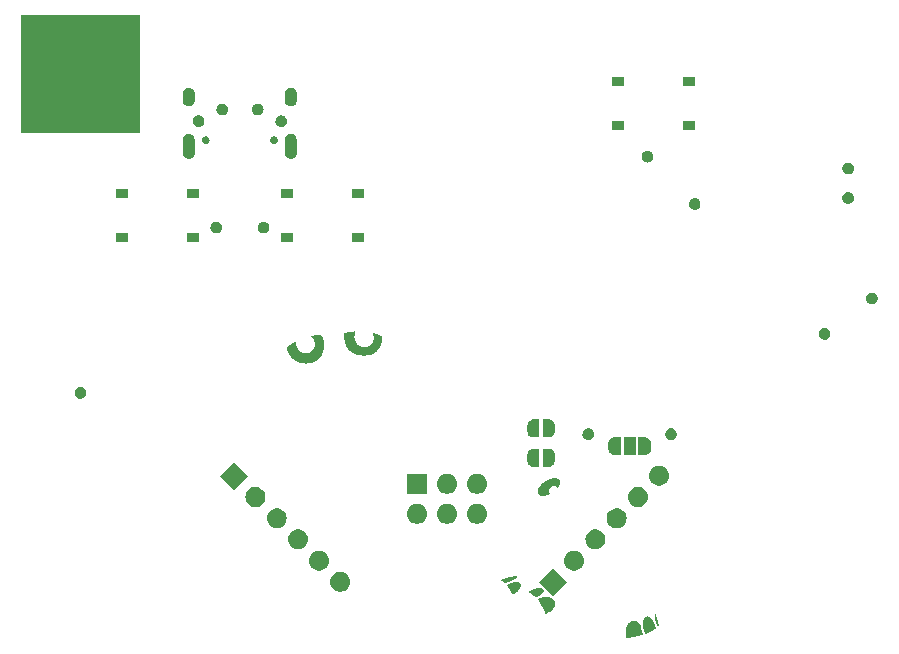
<source format=gbr>
%TF.GenerationSoftware,KiCad,Pcbnew,8.99.0-77eaa75db1*%
%TF.CreationDate,2024-12-04T17:57:09+01:00*%
%TF.ProjectId,geheimbadge-controller,67656865-696d-4626-9164-67652d636f6e,1.0.0*%
%TF.SameCoordinates,Original*%
%TF.FileFunction,Soldermask,Bot*%
%TF.FilePolarity,Negative*%
%FSLAX46Y46*%
G04 Gerber Fmt 4.6, Leading zero omitted, Abs format (unit mm)*
G04 Created by KiCad (PCBNEW 8.99.0-77eaa75db1) date 2024-12-04 17:57:09*
%MOMM*%
%LPD*%
G01*
G04 APERTURE LIST*
G04 APERTURE END LIST*
G36*
X115863894Y-136299043D02*
G01*
X115865104Y-136299088D01*
X115887271Y-136300356D01*
X115888523Y-136300452D01*
X115910617Y-136302592D01*
X115911790Y-136302728D01*
X115933857Y-136305743D01*
X115935046Y-136305929D01*
X115956971Y-136309798D01*
X115958120Y-136310024D01*
X115979991Y-136314766D01*
X115981089Y-136315027D01*
X116002750Y-136320604D01*
X116003848Y-136320909D01*
X116025373Y-136327342D01*
X116026465Y-136327692D01*
X116047760Y-136334954D01*
X116048850Y-136335349D01*
X116069858Y-136343419D01*
X116070933Y-136343856D01*
X116091753Y-136352774D01*
X116092770Y-136353233D01*
X116113345Y-136362984D01*
X116114317Y-136363468D01*
X116134555Y-136374013D01*
X116135553Y-136374557D01*
X116155436Y-136385889D01*
X116156432Y-136386481D01*
X116175992Y-136398628D01*
X116176915Y-136399225D01*
X116196105Y-136412166D01*
X116196987Y-136412785D01*
X116215813Y-136426536D01*
X116216703Y-136427211D01*
X116235000Y-136441660D01*
X116235946Y-136442437D01*
X116253787Y-136457645D01*
X116254668Y-136458425D01*
X116272062Y-136474419D01*
X116272895Y-136475214D01*
X116289803Y-136491974D01*
X116290584Y-136492778D01*
X116307048Y-136510370D01*
X116307764Y-136511165D01*
X116323608Y-136529422D01*
X116324344Y-136530304D01*
X116339657Y-136549348D01*
X116340311Y-136550193D01*
X116355034Y-136569978D01*
X116355656Y-136570847D01*
X116369752Y-136591350D01*
X116370381Y-136592303D01*
X116383794Y-136613469D01*
X116384379Y-136614432D01*
X116397138Y-136636333D01*
X116397703Y-136637347D01*
X116409755Y-136659929D01*
X116410291Y-136660980D01*
X116421621Y-136684255D01*
X116422098Y-136685284D01*
X116424171Y-136689976D01*
X116422594Y-136694617D01*
X116434756Y-136716889D01*
X116454056Y-136805645D01*
X116476161Y-136901126D01*
X116499562Y-136996381D01*
X116524231Y-137091292D01*
X116550173Y-137185884D01*
X116577355Y-137280033D01*
X116605803Y-137373839D01*
X116632488Y-137457762D01*
X116631509Y-137469279D01*
X116623437Y-137476085D01*
X116454234Y-137522128D01*
X116453843Y-137522232D01*
X116275489Y-137568073D01*
X116274991Y-137568198D01*
X116096124Y-137611508D01*
X116095752Y-137611596D01*
X115916189Y-137652435D01*
X115915758Y-137652529D01*
X115735703Y-137690866D01*
X115735314Y-137690946D01*
X115554682Y-137726813D01*
X115554220Y-137726902D01*
X115372999Y-137760317D01*
X115372825Y-137760348D01*
X115200898Y-137789637D01*
X115189628Y-137787070D01*
X115184676Y-137779197D01*
X115174772Y-137606725D01*
X115174753Y-137606363D01*
X115166643Y-137420523D01*
X115166617Y-137419632D01*
X115165201Y-137326344D01*
X115165201Y-137325441D01*
X115166486Y-137232347D01*
X115166523Y-137231224D01*
X115171211Y-137139046D01*
X115171318Y-137137606D01*
X115180102Y-137046897D01*
X115180312Y-137045218D01*
X115193887Y-136956484D01*
X115194250Y-136954540D01*
X115213342Y-136868134D01*
X115213758Y-136866471D01*
X115225464Y-136824768D01*
X115225835Y-136823546D01*
X115239199Y-136782524D01*
X115239657Y-136781218D01*
X115254721Y-136741090D01*
X115255272Y-136739718D01*
X115272110Y-136700566D01*
X115272744Y-136699189D01*
X115291475Y-136661002D01*
X115292204Y-136659610D01*
X115312856Y-136622564D01*
X115313711Y-136621125D01*
X115336397Y-136585224D01*
X115337371Y-136583777D01*
X115362195Y-136549053D01*
X115363269Y-136547640D01*
X115390265Y-136514226D01*
X115391486Y-136512806D01*
X115420827Y-136480655D01*
X115422105Y-136479338D01*
X115453856Y-136448550D01*
X115455233Y-136447295D01*
X115489272Y-136418114D01*
X115491272Y-136416540D01*
X115508787Y-136403910D01*
X115509683Y-136403289D01*
X115527971Y-136391122D01*
X115528973Y-136390481D01*
X115547418Y-136379191D01*
X115548441Y-136378592D01*
X115567153Y-136368092D01*
X115568192Y-136367534D01*
X115587154Y-136357821D01*
X115588184Y-136357317D01*
X115607326Y-136348413D01*
X115608376Y-136347948D01*
X115627688Y-136339840D01*
X115628776Y-136339408D01*
X115648296Y-136332070D01*
X115649396Y-136331679D01*
X115668986Y-136325148D01*
X115670113Y-136324796D01*
X115689867Y-136319030D01*
X115691022Y-136318717D01*
X115710856Y-136313727D01*
X115712002Y-136313462D01*
X115731997Y-136309221D01*
X115733124Y-136309004D01*
X115753167Y-136305528D01*
X115754295Y-136305355D01*
X115774395Y-136302635D01*
X115775564Y-136302499D01*
X115795692Y-136300528D01*
X115796872Y-136300434D01*
X115800282Y-136300226D01*
X115807659Y-136304787D01*
X115814855Y-136304348D01*
X115827501Y-136298947D01*
X115840427Y-136298657D01*
X115841677Y-136298655D01*
X115863894Y-136299043D01*
G37*
G36*
X116994606Y-135928505D02*
G01*
X117006309Y-135930613D01*
X117012786Y-135926700D01*
X117029474Y-135929707D01*
X117031578Y-135930165D01*
X117069109Y-135939748D01*
X117071226Y-135940369D01*
X117107387Y-135952406D01*
X117109378Y-135953147D01*
X117144268Y-135967551D01*
X117146156Y-135968407D01*
X117179793Y-135985072D01*
X117181568Y-135986025D01*
X117213969Y-136004841D01*
X117215627Y-136005875D01*
X117246870Y-136026769D01*
X117248353Y-136027827D01*
X117278475Y-136050710D01*
X117279798Y-136051775D01*
X117308793Y-136076525D01*
X117310020Y-136077632D01*
X117337920Y-136104156D01*
X117338955Y-136105191D01*
X117365818Y-136133425D01*
X117366768Y-136134471D01*
X117392347Y-136164006D01*
X117393587Y-136165533D01*
X117442231Y-136229541D01*
X117443537Y-136231399D01*
X117488010Y-136300079D01*
X117489031Y-136301774D01*
X117529685Y-136374455D01*
X117530467Y-136375950D01*
X117567505Y-136451765D01*
X117568088Y-136453035D01*
X117601662Y-136530988D01*
X117602126Y-136532129D01*
X117632425Y-136611259D01*
X117632807Y-136612309D01*
X117660039Y-136691689D01*
X117660314Y-136692534D01*
X117684681Y-136771203D01*
X117684981Y-136772238D01*
X117723604Y-136914936D01*
X117721932Y-136927889D01*
X117706127Y-136941418D01*
X117611850Y-137006698D01*
X117611506Y-137006934D01*
X117503770Y-137079474D01*
X117503175Y-137079864D01*
X117394850Y-137149053D01*
X117394271Y-137149413D01*
X117339769Y-137182315D01*
X117339329Y-137182574D01*
X117284419Y-137214193D01*
X117283778Y-137214553D01*
X117228374Y-137244746D01*
X117227679Y-137245113D01*
X117171600Y-137273786D01*
X117170824Y-137274168D01*
X117114026Y-137301158D01*
X117113134Y-137301565D01*
X117055522Y-137326736D01*
X117054517Y-137327155D01*
X116995852Y-137350433D01*
X116994883Y-137350797D01*
X116935118Y-137372023D01*
X116934032Y-137372385D01*
X116873049Y-137391430D01*
X116871902Y-137391763D01*
X116818884Y-137406001D01*
X116806620Y-137404393D01*
X116800152Y-137396433D01*
X116698394Y-137086176D01*
X116698215Y-137085610D01*
X116672827Y-137002485D01*
X116672606Y-137001725D01*
X116649261Y-136917864D01*
X116648989Y-136916820D01*
X116628533Y-136832486D01*
X116628252Y-136831207D01*
X116611519Y-136746660D01*
X116611249Y-136745080D01*
X116599083Y-136660633D01*
X116598871Y-136658742D01*
X116592098Y-136574700D01*
X116592000Y-136572459D01*
X116591431Y-136488825D01*
X116591477Y-136486925D01*
X116593756Y-136445849D01*
X116593866Y-136444445D01*
X116598004Y-136403430D01*
X116598189Y-136401946D01*
X116604279Y-136361205D01*
X116604548Y-136359671D01*
X116612691Y-136319225D01*
X116613055Y-136317632D01*
X116623347Y-136277546D01*
X116623799Y-136275965D01*
X116636356Y-136236210D01*
X116636921Y-136234580D01*
X116651830Y-136195234D01*
X116652508Y-136193587D01*
X116669890Y-136154633D01*
X116670656Y-136153042D01*
X116690633Y-136114485D01*
X116691480Y-136112959D01*
X116713775Y-136075478D01*
X116715803Y-136072490D01*
X116726766Y-136058245D01*
X116727811Y-136056960D01*
X116739987Y-136042798D01*
X116741135Y-136041534D01*
X116753991Y-136028124D01*
X116755149Y-136026979D01*
X116768707Y-136014288D01*
X116769935Y-136013199D01*
X116784094Y-136001317D01*
X116785396Y-136000283D01*
X116800118Y-135989232D01*
X116801470Y-135988274D01*
X116816773Y-135978036D01*
X116818176Y-135977152D01*
X116833988Y-135967780D01*
X116835441Y-135966972D01*
X116851730Y-135958487D01*
X116853190Y-135957777D01*
X116869948Y-135950188D01*
X116871510Y-135949533D01*
X116888652Y-135942888D01*
X116890230Y-135942326D01*
X116907732Y-135936641D01*
X116909380Y-135936157D01*
X116927230Y-135931448D01*
X116928892Y-135931059D01*
X116947060Y-135927348D01*
X116948724Y-135927057D01*
X116967194Y-135924367D01*
X116968926Y-135924165D01*
X116978245Y-135923349D01*
X116994606Y-135928505D01*
G37*
G36*
X117657423Y-135637478D02*
G01*
X117660020Y-135646531D01*
X117663127Y-135653894D01*
X117669928Y-135657147D01*
X117711640Y-135755974D01*
X117711963Y-135756773D01*
X117758941Y-135878074D01*
X117759265Y-135878950D01*
X117802539Y-136001429D01*
X117802827Y-136002285D01*
X117842437Y-136126042D01*
X117842704Y-136126921D01*
X117878579Y-136251728D01*
X117878837Y-136252680D01*
X117910987Y-136378569D01*
X117911183Y-136379388D01*
X117939593Y-136506336D01*
X117939772Y-136507198D01*
X117962538Y-136625393D01*
X117958592Y-136644622D01*
X117903729Y-136742576D01*
X117894652Y-136749731D01*
X117890015Y-136749182D01*
X117886776Y-136746081D01*
X117851929Y-136689763D01*
X117851209Y-136688536D01*
X117816230Y-136625709D01*
X117815602Y-136624518D01*
X117783667Y-136560393D01*
X117783079Y-136559143D01*
X117754178Y-136493765D01*
X117753654Y-136492502D01*
X117727841Y-136426057D01*
X117727357Y-136424723D01*
X117704640Y-136357284D01*
X117704224Y-136355949D01*
X117684612Y-136287580D01*
X117684254Y-136286213D01*
X117667795Y-136217118D01*
X117667496Y-136215725D01*
X117654181Y-136145863D01*
X117653962Y-136144556D01*
X117643831Y-136074106D01*
X117643672Y-136072789D01*
X117636752Y-136001871D01*
X117636650Y-136000510D01*
X117632970Y-135929315D01*
X117632930Y-135927928D01*
X117632505Y-135856483D01*
X117632528Y-135855087D01*
X117635384Y-135783505D01*
X117635473Y-135782098D01*
X117641629Y-135710535D01*
X117641782Y-135709135D01*
X117650018Y-135647057D01*
X117655808Y-135637052D01*
X117656409Y-135636891D01*
X117657423Y-135637478D01*
G37*
G36*
X108435482Y-134280876D02*
G01*
X108436306Y-134280891D01*
X108468806Y-134281948D01*
X108469656Y-134281987D01*
X108501811Y-134283908D01*
X108502573Y-134283964D01*
X108534271Y-134286730D01*
X108535054Y-134286809D01*
X108566213Y-134290399D01*
X108567064Y-134290509D01*
X108597710Y-134294913D01*
X108598586Y-134295051D01*
X108628662Y-134300249D01*
X108629483Y-134300403D01*
X108659082Y-134306399D01*
X108659964Y-134306591D01*
X108688881Y-134313335D01*
X108689720Y-134313545D01*
X108718139Y-134321069D01*
X108718972Y-134321303D01*
X108746770Y-134329569D01*
X108747622Y-134329836D01*
X108774698Y-134338804D01*
X108775597Y-134339118D01*
X108801998Y-134348790D01*
X108802908Y-134349141D01*
X108828601Y-134359501D01*
X108829568Y-134359909D01*
X108854505Y-134370927D01*
X108855473Y-134371375D01*
X108879707Y-134383067D01*
X108880624Y-134383529D01*
X108904127Y-134395881D01*
X108905057Y-134396391D01*
X108927772Y-134409369D01*
X108928717Y-134409932D01*
X108950592Y-134423500D01*
X108951573Y-134424134D01*
X108972590Y-134438274D01*
X108973573Y-134438964D01*
X108993786Y-134453712D01*
X108994750Y-134454444D01*
X109014094Y-134469754D01*
X109015029Y-134470525D01*
X109033492Y-134486385D01*
X109034419Y-134487216D01*
X109052014Y-134503644D01*
X109052910Y-134504517D01*
X109069535Y-134521420D01*
X109070464Y-134522406D01*
X109086119Y-134539780D01*
X109087036Y-134540844D01*
X109101724Y-134558696D01*
X109102597Y-134559810D01*
X109116321Y-134578152D01*
X109117163Y-134579336D01*
X109129897Y-134598145D01*
X109130688Y-134599376D01*
X109142406Y-134618633D01*
X109143146Y-134619918D01*
X109153834Y-134639612D01*
X109154508Y-134640935D01*
X109155772Y-134643572D01*
X109154979Y-134646144D01*
X109168210Y-134668742D01*
X109176798Y-134699297D01*
X109177240Y-134701070D01*
X109185003Y-134736600D01*
X109185336Y-134738378D01*
X109190794Y-134773287D01*
X109191023Y-134775113D01*
X109194268Y-134809451D01*
X109194385Y-134811285D01*
X109195498Y-134844947D01*
X109195503Y-134846821D01*
X109194574Y-134879896D01*
X109194466Y-134881750D01*
X109191578Y-134914254D01*
X109191364Y-134916055D01*
X109186597Y-134947973D01*
X109186283Y-134949722D01*
X109179706Y-134981101D01*
X109179313Y-134982746D01*
X109171013Y-135013535D01*
X109170528Y-135015157D01*
X109160586Y-135045348D01*
X109160048Y-135046849D01*
X109148510Y-135076526D01*
X109147918Y-135077943D01*
X109134880Y-135107040D01*
X109134257Y-135108347D01*
X109119804Y-135136840D01*
X109119138Y-135138080D01*
X109103347Y-135165968D01*
X109102629Y-135167175D01*
X109085581Y-135194447D01*
X109084872Y-135195531D01*
X109066595Y-135222253D01*
X109065914Y-135223208D01*
X109046642Y-135249157D01*
X109045641Y-135250431D01*
X109003647Y-135300995D01*
X109002340Y-135302468D01*
X108957036Y-135350242D01*
X108955755Y-135351516D01*
X108907682Y-135396577D01*
X108906472Y-135397652D01*
X108856225Y-135439995D01*
X108855110Y-135440889D01*
X108803395Y-135480411D01*
X108802372Y-135481159D01*
X108749896Y-135517770D01*
X108748908Y-135518430D01*
X108696954Y-135551679D01*
X108694553Y-135553065D01*
X108387058Y-135712063D01*
X108375538Y-135713039D01*
X108368210Y-135706856D01*
X108305077Y-135550501D01*
X108233888Y-135389223D01*
X108157658Y-135230440D01*
X108076399Y-135074159D01*
X107990190Y-134920533D01*
X107899139Y-134769756D01*
X107803246Y-134621836D01*
X107708338Y-134485198D01*
X107705878Y-134473903D01*
X107710802Y-134466238D01*
X107748675Y-134446369D01*
X107749476Y-134445964D01*
X107793530Y-134424508D01*
X107794339Y-134424130D01*
X107838333Y-134404315D01*
X107839108Y-134403980D01*
X107883099Y-134385739D01*
X107883900Y-134385421D01*
X107927749Y-134368772D01*
X107928569Y-134368474D01*
X107972233Y-134353390D01*
X107973139Y-134353092D01*
X108016601Y-134339540D01*
X108017468Y-134339284D01*
X108060751Y-134327221D01*
X108061648Y-134326985D01*
X108104614Y-134316411D01*
X108105568Y-134316192D01*
X108148223Y-134307071D01*
X108149173Y-134306883D01*
X108191532Y-134299178D01*
X108192450Y-134299025D01*
X108234402Y-134292727D01*
X108235372Y-134292597D01*
X108276924Y-134287673D01*
X108277890Y-134287574D01*
X108318987Y-134284000D01*
X108319977Y-134283930D01*
X108360550Y-134281684D01*
X108361489Y-134281647D01*
X108401659Y-134280697D01*
X108402568Y-134280689D01*
X108435482Y-134280876D01*
G37*
G36*
X107882644Y-133501371D02*
G01*
X107905492Y-133502145D01*
X107906732Y-133502214D01*
X107929066Y-133503922D01*
X107930398Y-133504054D01*
X107952284Y-133506729D01*
X107953698Y-133506936D01*
X107975059Y-133510597D01*
X107976621Y-133510905D01*
X107997443Y-133515580D01*
X107999017Y-133515979D01*
X108019379Y-133521717D01*
X108021017Y-133522228D01*
X108040822Y-133529040D01*
X108042486Y-133529668D01*
X108061747Y-133537591D01*
X108063449Y-133538352D01*
X108082164Y-133547423D01*
X108083863Y-133548313D01*
X108102020Y-133558569D01*
X108103659Y-133559565D01*
X108121274Y-133571060D01*
X108122881Y-133572185D01*
X108139936Y-133584961D01*
X108141455Y-133586178D01*
X108157922Y-133600269D01*
X108159372Y-133601593D01*
X108175249Y-133617055D01*
X108176587Y-133618444D01*
X108191873Y-133635347D01*
X108193098Y-133636788D01*
X108206817Y-133653987D01*
X108209833Y-133658558D01*
X108214470Y-133667193D01*
X108216171Y-133670957D01*
X108220523Y-133682654D01*
X108221653Y-133686425D01*
X108225559Y-133703422D01*
X108226228Y-133707754D01*
X108227996Y-133729624D01*
X108228010Y-133734344D01*
X108226010Y-133761068D01*
X108225271Y-133765831D01*
X108217757Y-133797472D01*
X108216333Y-133801914D01*
X108201249Y-133838912D01*
X108199855Y-133841867D01*
X108189233Y-133861571D01*
X108188194Y-133863351D01*
X108174775Y-133884640D01*
X108173670Y-133886276D01*
X108157436Y-133908711D01*
X108156310Y-133910171D01*
X108136997Y-133933748D01*
X108135872Y-133935047D01*
X108113267Y-133959697D01*
X108112157Y-133960846D01*
X108086001Y-133986557D01*
X108084928Y-133987563D01*
X108055005Y-134014280D01*
X108053956Y-134015176D01*
X108020049Y-134042847D01*
X108019074Y-134043610D01*
X107980901Y-134072242D01*
X107980015Y-134072881D01*
X107937365Y-134102417D01*
X107936519Y-134102981D01*
X107889288Y-134133302D01*
X107888398Y-134133853D01*
X107836317Y-134164960D01*
X107835490Y-134165437D01*
X107778314Y-134197307D01*
X107777522Y-134197734D01*
X107714958Y-134230370D01*
X107714304Y-134230701D01*
X107646186Y-134264037D01*
X107645563Y-134264333D01*
X107574872Y-134296861D01*
X107562047Y-134298693D01*
X107528398Y-134276387D01*
X107527326Y-134275642D01*
X107490182Y-134248631D01*
X107489362Y-134248014D01*
X107451693Y-134218736D01*
X107451231Y-134218369D01*
X107412985Y-134187288D01*
X107412775Y-134187116D01*
X107253078Y-134054499D01*
X107211269Y-134021775D01*
X107168501Y-133990119D01*
X107124611Y-133959937D01*
X107080107Y-133932059D01*
X107078990Y-133931399D01*
X107033896Y-133906263D01*
X107032555Y-133905567D01*
X106986275Y-133883267D01*
X106984698Y-133882572D01*
X106936884Y-133863409D01*
X106935552Y-133862918D01*
X106911048Y-133854653D01*
X106895016Y-133849947D01*
X106886014Y-133842693D01*
X106885947Y-133842075D01*
X106891402Y-133835304D01*
X106932871Y-133820363D01*
X106984444Y-133799647D01*
X107097532Y-133750197D01*
X107220929Y-133694462D01*
X107221285Y-133694304D01*
X107351337Y-133637622D01*
X107352076Y-133637311D01*
X107418413Y-133610286D01*
X107419025Y-133610046D01*
X107485969Y-133584640D01*
X107486821Y-133584331D01*
X107553615Y-133561307D01*
X107554733Y-133560946D01*
X107621112Y-133540878D01*
X107622436Y-133540512D01*
X107687913Y-133524044D01*
X107689611Y-133523669D01*
X107753694Y-133511423D01*
X107755788Y-133511098D01*
X107818023Y-133503663D01*
X107820597Y-133503466D01*
X107881440Y-133501372D01*
X107882069Y-133501362D01*
X107882644Y-133501371D01*
G37*
G36*
X110202082Y-133000000D02*
G01*
X109000000Y-134202082D01*
X107797918Y-133000000D01*
X108643262Y-132154656D01*
X108996462Y-131801455D01*
X108996465Y-131801452D01*
X109000000Y-131797918D01*
X110202082Y-133000000D01*
G37*
G36*
X105910123Y-133019392D02*
G01*
X105935858Y-133020359D01*
X105936936Y-133020420D01*
X105961437Y-133022249D01*
X105962556Y-133022354D01*
X105985751Y-133024975D01*
X105986949Y-133025134D01*
X106008807Y-133028474D01*
X106010022Y-133028685D01*
X106030724Y-133032702D01*
X106031965Y-133032969D01*
X106051416Y-133037576D01*
X106052634Y-133037892D01*
X106070978Y-133043054D01*
X106072250Y-133043441D01*
X106089413Y-133049064D01*
X106090675Y-133049508D01*
X106106796Y-133055565D01*
X106108020Y-133056056D01*
X106123080Y-133062469D01*
X106124277Y-133063009D01*
X106138373Y-133069748D01*
X106139543Y-133070339D01*
X106152592Y-133077289D01*
X106153797Y-133077964D01*
X106165884Y-133085088D01*
X106167007Y-133085782D01*
X106178260Y-133093084D01*
X106179349Y-133093823D01*
X106189649Y-133101144D01*
X106190687Y-133101915D01*
X106200210Y-133109305D01*
X106201185Y-133110094D01*
X106209881Y-133117435D01*
X106210773Y-133118219D01*
X106218721Y-133125496D01*
X106219574Y-133126308D01*
X106226730Y-133133399D01*
X106227539Y-133134231D01*
X106234008Y-133141152D01*
X106234734Y-133141958D01*
X106240500Y-133148606D01*
X106241217Y-133149463D01*
X106246144Y-133155577D01*
X106247118Y-133156850D01*
X106255545Y-133168473D01*
X106256650Y-133170105D01*
X106262614Y-133179563D01*
X106263560Y-133181167D01*
X106267353Y-133188059D01*
X106268274Y-133189873D01*
X106269758Y-133193052D01*
X106272257Y-133201310D01*
X106278095Y-133239715D01*
X106278348Y-133241906D01*
X106281482Y-133281404D01*
X106281576Y-133283652D01*
X106281754Y-133321562D01*
X106281676Y-133323913D01*
X106279059Y-133360333D01*
X106278801Y-133362656D01*
X106273541Y-133397705D01*
X106273104Y-133400004D01*
X106265343Y-133433753D01*
X106264741Y-133435983D01*
X106254609Y-133468541D01*
X106253877Y-133470621D01*
X106241510Y-133502041D01*
X106240665Y-133503988D01*
X106226162Y-133534400D01*
X106225251Y-133536160D01*
X106208766Y-133565569D01*
X106207802Y-133567171D01*
X106189450Y-133595650D01*
X106188481Y-133597065D01*
X106168360Y-133624711D01*
X106167405Y-133625954D01*
X106145665Y-133652784D01*
X106144761Y-133653847D01*
X106121722Y-133679697D01*
X106120412Y-133681081D01*
X106069924Y-133731204D01*
X106068447Y-133732575D01*
X106013917Y-133779955D01*
X106012736Y-133780931D01*
X105955184Y-133826092D01*
X105954294Y-133826765D01*
X105894872Y-133870125D01*
X105894278Y-133870550D01*
X105834205Y-133912503D01*
X105834067Y-133912599D01*
X105716938Y-133993870D01*
X105662652Y-134033810D01*
X105620603Y-134067607D01*
X105609510Y-134070849D01*
X105602074Y-134066776D01*
X105547437Y-133968144D01*
X105488162Y-133864807D01*
X105427299Y-133762279D01*
X105364988Y-133660794D01*
X105301098Y-133560134D01*
X105235751Y-133460499D01*
X105168918Y-133361840D01*
X105106362Y-133272399D01*
X105103865Y-133261110D01*
X105108502Y-133253840D01*
X105170852Y-133223649D01*
X105171434Y-133223374D01*
X105236780Y-133193363D01*
X105237442Y-133193067D01*
X105300136Y-133165890D01*
X105300771Y-133165624D01*
X105360987Y-133141125D01*
X105361620Y-133140876D01*
X105419245Y-133119017D01*
X105419968Y-133118754D01*
X105475014Y-133099440D01*
X105475875Y-133099151D01*
X105528396Y-133082270D01*
X105529273Y-133082002D01*
X105579495Y-133067392D01*
X105580279Y-133067177D01*
X105628217Y-133054746D01*
X105629150Y-133054519D01*
X105674652Y-133044210D01*
X105675639Y-133044003D01*
X105718898Y-133035672D01*
X105719935Y-133035490D01*
X105761035Y-133029024D01*
X105762103Y-133028876D01*
X105801043Y-133024176D01*
X105802105Y-133024068D01*
X105838986Y-133021021D01*
X105840142Y-133020948D01*
X105874850Y-133019457D01*
X105876155Y-133019428D01*
X105908922Y-133019370D01*
X105910123Y-133019392D01*
G37*
G36*
X91262664Y-132191602D02*
G01*
X91425000Y-132263878D01*
X91568761Y-132368327D01*
X91687664Y-132500383D01*
X91776514Y-132654274D01*
X91831425Y-132823275D01*
X91850000Y-133000000D01*
X91831425Y-133176725D01*
X91776514Y-133345726D01*
X91687664Y-133499617D01*
X91568761Y-133631673D01*
X91425000Y-133736122D01*
X91262664Y-133808398D01*
X91088849Y-133845344D01*
X90911151Y-133845344D01*
X90737336Y-133808398D01*
X90575000Y-133736122D01*
X90431239Y-133631673D01*
X90312336Y-133499617D01*
X90223486Y-133345726D01*
X90168575Y-133176725D01*
X90150000Y-133000000D01*
X90168575Y-132823275D01*
X90223486Y-132654274D01*
X90312336Y-132500383D01*
X90431239Y-132368327D01*
X90575000Y-132263878D01*
X90737336Y-132191602D01*
X90911151Y-132154656D01*
X91088849Y-132154656D01*
X91262664Y-132191602D01*
G37*
G36*
X105933837Y-132498615D02*
G01*
X105934082Y-132498658D01*
X105936942Y-132499304D01*
X105937535Y-132499468D01*
X105940957Y-132500638D01*
X105941468Y-132500848D01*
X105945380Y-132502792D01*
X105946179Y-132503263D01*
X105949162Y-132505286D01*
X105951098Y-132506931D01*
X105951112Y-132506944D01*
X105953190Y-132509081D01*
X105953194Y-132509086D01*
X105955121Y-132511510D01*
X105955156Y-132511559D01*
X105956853Y-132514213D01*
X105956966Y-132514411D01*
X105958365Y-132517193D01*
X105958557Y-132517631D01*
X105959638Y-132520469D01*
X105959877Y-132521206D01*
X105960639Y-132524014D01*
X105960893Y-132525164D01*
X105961365Y-132527886D01*
X105961567Y-132529474D01*
X105961786Y-132532057D01*
X105961876Y-132534186D01*
X105961884Y-132536544D01*
X105961790Y-132539241D01*
X105961639Y-132541405D01*
X105961289Y-132544716D01*
X105961022Y-132546651D01*
X105960356Y-132550558D01*
X105960009Y-132552289D01*
X105958961Y-132556839D01*
X105958562Y-132558386D01*
X105957095Y-132563523D01*
X105956660Y-132564921D01*
X105954723Y-132570668D01*
X105954270Y-132571925D01*
X105951815Y-132578306D01*
X105951369Y-132579402D01*
X105948323Y-132586500D01*
X105947914Y-132587409D01*
X105942558Y-132598790D01*
X105941301Y-132607165D01*
X105940684Y-132608677D01*
X105932965Y-132622018D01*
X105931960Y-132623635D01*
X105921879Y-132638788D01*
X105920843Y-132640248D01*
X105909725Y-132654985D01*
X105908676Y-132656298D01*
X105896782Y-132670356D01*
X105895196Y-132672091D01*
X105867905Y-132699739D01*
X105865894Y-132701602D01*
X105835260Y-132727510D01*
X105833445Y-132728931D01*
X105799535Y-132753448D01*
X105797910Y-132754547D01*
X105761091Y-132777766D01*
X105759681Y-132778605D01*
X105720235Y-132800695D01*
X105719109Y-132801294D01*
X105677440Y-132822364D01*
X105676468Y-132822835D01*
X105632990Y-132843009D01*
X105632244Y-132843343D01*
X105587169Y-132862847D01*
X105586512Y-132863121D01*
X105493041Y-132900761D01*
X105493001Y-132900777D01*
X105304966Y-132974595D01*
X104973128Y-133109683D01*
X104955379Y-133109574D01*
X104955193Y-133109454D01*
X104938191Y-133093575D01*
X104917503Y-133075170D01*
X104896417Y-133057308D01*
X104874916Y-133039968D01*
X104853018Y-133023164D01*
X104830707Y-133006884D01*
X104808035Y-132991164D01*
X104785023Y-132976016D01*
X104761593Y-132961392D01*
X104737839Y-132947350D01*
X104713770Y-132933894D01*
X104689366Y-132921014D01*
X104664592Y-132908695D01*
X104639567Y-132896996D01*
X104614238Y-132885893D01*
X104597887Y-132879192D01*
X104589683Y-132871050D01*
X104589677Y-132869432D01*
X104596444Y-132862140D01*
X104642972Y-132838878D01*
X104644769Y-132838052D01*
X104789610Y-132777250D01*
X104790340Y-132776955D01*
X104942066Y-132717848D01*
X104942964Y-132717515D01*
X105099875Y-132662053D01*
X105100955Y-132661694D01*
X105261989Y-132611571D01*
X105262938Y-132611293D01*
X105344358Y-132588851D01*
X105345089Y-132588659D01*
X105427191Y-132568171D01*
X105427994Y-132567982D01*
X105510474Y-132549706D01*
X105511260Y-132549544D01*
X105594084Y-132533669D01*
X105594953Y-132533516D01*
X105677868Y-132520279D01*
X105678824Y-132520142D01*
X105761555Y-132509770D01*
X105762726Y-132509645D01*
X105845236Y-132502328D01*
X105846439Y-132502245D01*
X105907626Y-132499228D01*
X105907883Y-132499463D01*
X105932416Y-132498433D01*
X105933837Y-132498615D01*
G37*
G36*
X89466613Y-130395551D02*
G01*
X89628949Y-130467827D01*
X89772710Y-130572276D01*
X89891613Y-130704332D01*
X89980463Y-130858223D01*
X90035374Y-131027224D01*
X90053949Y-131203949D01*
X90035374Y-131380674D01*
X89980463Y-131549675D01*
X89891613Y-131703566D01*
X89772710Y-131835622D01*
X89628949Y-131940071D01*
X89466613Y-132012347D01*
X89292798Y-132049293D01*
X89115100Y-132049293D01*
X88941285Y-132012347D01*
X88778949Y-131940071D01*
X88635188Y-131835622D01*
X88516285Y-131703566D01*
X88427435Y-131549675D01*
X88372524Y-131380674D01*
X88353949Y-131203949D01*
X88372524Y-131027224D01*
X88427435Y-130858223D01*
X88516285Y-130704332D01*
X88635188Y-130572276D01*
X88778949Y-130467827D01*
X88941285Y-130395551D01*
X89115100Y-130358605D01*
X89292798Y-130358605D01*
X89466613Y-130395551D01*
G37*
G36*
X111058715Y-130395551D02*
G01*
X111221051Y-130467827D01*
X111364812Y-130572276D01*
X111483715Y-130704332D01*
X111572565Y-130858223D01*
X111627476Y-131027224D01*
X111646051Y-131203949D01*
X111627476Y-131380674D01*
X111572565Y-131549675D01*
X111483715Y-131703566D01*
X111364812Y-131835622D01*
X111221051Y-131940071D01*
X111058715Y-132012347D01*
X110884900Y-132049293D01*
X110707202Y-132049293D01*
X110533387Y-132012347D01*
X110371051Y-131940071D01*
X110227290Y-131835622D01*
X110108387Y-131703566D01*
X110019537Y-131549675D01*
X109964626Y-131380674D01*
X109946051Y-131203949D01*
X109964626Y-131027224D01*
X110019537Y-130858223D01*
X110108387Y-130704332D01*
X110227290Y-130572276D01*
X110371051Y-130467827D01*
X110533387Y-130395551D01*
X110707202Y-130358605D01*
X110884900Y-130358605D01*
X111058715Y-130395551D01*
G37*
G36*
X87670562Y-128599500D02*
G01*
X87832898Y-128671776D01*
X87976659Y-128776225D01*
X88095562Y-128908281D01*
X88184412Y-129062172D01*
X88239323Y-129231173D01*
X88257898Y-129407898D01*
X88239323Y-129584623D01*
X88184412Y-129753624D01*
X88095562Y-129907515D01*
X87976659Y-130039571D01*
X87832898Y-130144020D01*
X87670562Y-130216296D01*
X87496747Y-130253242D01*
X87319049Y-130253242D01*
X87145234Y-130216296D01*
X86982898Y-130144020D01*
X86839137Y-130039571D01*
X86720234Y-129907515D01*
X86631384Y-129753624D01*
X86576473Y-129584623D01*
X86557898Y-129407898D01*
X86576473Y-129231173D01*
X86631384Y-129062172D01*
X86720234Y-128908281D01*
X86839137Y-128776225D01*
X86982898Y-128671776D01*
X87145234Y-128599500D01*
X87319049Y-128562554D01*
X87496747Y-128562554D01*
X87670562Y-128599500D01*
G37*
G36*
X112854766Y-128599500D02*
G01*
X113017102Y-128671776D01*
X113160863Y-128776225D01*
X113279766Y-128908281D01*
X113368616Y-129062172D01*
X113423527Y-129231173D01*
X113442102Y-129407898D01*
X113423527Y-129584623D01*
X113368616Y-129753624D01*
X113279766Y-129907515D01*
X113160863Y-130039571D01*
X113017102Y-130144020D01*
X112854766Y-130216296D01*
X112680951Y-130253242D01*
X112503253Y-130253242D01*
X112329438Y-130216296D01*
X112167102Y-130144020D01*
X112023341Y-130039571D01*
X111904438Y-129907515D01*
X111815588Y-129753624D01*
X111760677Y-129584623D01*
X111742102Y-129407898D01*
X111760677Y-129231173D01*
X111815588Y-129062172D01*
X111904438Y-128908281D01*
X112023341Y-128776225D01*
X112167102Y-128671776D01*
X112329438Y-128599500D01*
X112503253Y-128562554D01*
X112680951Y-128562554D01*
X112854766Y-128599500D01*
G37*
G36*
X85874510Y-126803448D02*
G01*
X86036846Y-126875724D01*
X86180607Y-126980173D01*
X86299510Y-127112229D01*
X86388360Y-127266120D01*
X86443271Y-127435121D01*
X86461846Y-127611846D01*
X86443271Y-127788571D01*
X86388360Y-127957572D01*
X86299510Y-128111463D01*
X86180607Y-128243519D01*
X86036846Y-128347968D01*
X85874510Y-128420244D01*
X85700695Y-128457190D01*
X85522997Y-128457190D01*
X85349182Y-128420244D01*
X85186846Y-128347968D01*
X85043085Y-128243519D01*
X84924182Y-128111463D01*
X84835332Y-127957572D01*
X84780421Y-127788571D01*
X84761846Y-127611846D01*
X84780421Y-127435121D01*
X84835332Y-127266120D01*
X84924182Y-127112229D01*
X85043085Y-126980173D01*
X85186846Y-126875724D01*
X85349182Y-126803448D01*
X85522997Y-126766502D01*
X85700695Y-126766502D01*
X85874510Y-126803448D01*
G37*
G36*
X114650818Y-126803448D02*
G01*
X114813154Y-126875724D01*
X114956915Y-126980173D01*
X115075818Y-127112229D01*
X115164668Y-127266120D01*
X115219579Y-127435121D01*
X115238154Y-127611846D01*
X115219579Y-127788571D01*
X115164668Y-127957572D01*
X115075818Y-128111463D01*
X114956915Y-128243519D01*
X114813154Y-128347968D01*
X114650818Y-128420244D01*
X114477003Y-128457190D01*
X114299305Y-128457190D01*
X114125490Y-128420244D01*
X113963154Y-128347968D01*
X113819393Y-128243519D01*
X113700490Y-128111463D01*
X113611640Y-127957572D01*
X113556729Y-127788571D01*
X113538154Y-127611846D01*
X113556729Y-127435121D01*
X113611640Y-127266120D01*
X113700490Y-127112229D01*
X113819393Y-126980173D01*
X113963154Y-126875724D01*
X114125490Y-126803448D01*
X114299305Y-126766502D01*
X114477003Y-126766502D01*
X114650818Y-126803448D01*
G37*
G36*
X97737664Y-126441602D02*
G01*
X97900000Y-126513878D01*
X98043761Y-126618327D01*
X98162664Y-126750383D01*
X98251514Y-126904274D01*
X98306425Y-127073275D01*
X98325000Y-127250000D01*
X98306425Y-127426725D01*
X98251514Y-127595726D01*
X98162664Y-127749617D01*
X98043761Y-127881673D01*
X97900000Y-127986122D01*
X97737664Y-128058398D01*
X97563849Y-128095344D01*
X97386151Y-128095344D01*
X97212336Y-128058398D01*
X97050000Y-127986122D01*
X96906239Y-127881673D01*
X96787336Y-127749617D01*
X96698486Y-127595726D01*
X96643575Y-127426725D01*
X96625000Y-127250000D01*
X96643575Y-127073275D01*
X96698486Y-126904274D01*
X96787336Y-126750383D01*
X96906239Y-126618327D01*
X97050000Y-126513878D01*
X97212336Y-126441602D01*
X97386151Y-126404656D01*
X97563849Y-126404656D01*
X97737664Y-126441602D01*
G37*
G36*
X100277664Y-126441602D02*
G01*
X100440000Y-126513878D01*
X100583761Y-126618327D01*
X100702664Y-126750383D01*
X100791514Y-126904274D01*
X100846425Y-127073275D01*
X100865000Y-127250000D01*
X100846425Y-127426725D01*
X100791514Y-127595726D01*
X100702664Y-127749617D01*
X100583761Y-127881673D01*
X100440000Y-127986122D01*
X100277664Y-128058398D01*
X100103849Y-128095344D01*
X99926151Y-128095344D01*
X99752336Y-128058398D01*
X99590000Y-127986122D01*
X99446239Y-127881673D01*
X99327336Y-127749617D01*
X99238486Y-127595726D01*
X99183575Y-127426725D01*
X99165000Y-127250000D01*
X99183575Y-127073275D01*
X99238486Y-126904274D01*
X99327336Y-126750383D01*
X99446239Y-126618327D01*
X99590000Y-126513878D01*
X99752336Y-126441602D01*
X99926151Y-126404656D01*
X100103849Y-126404656D01*
X100277664Y-126441602D01*
G37*
G36*
X102817664Y-126441602D02*
G01*
X102980000Y-126513878D01*
X103123761Y-126618327D01*
X103242664Y-126750383D01*
X103331514Y-126904274D01*
X103386425Y-127073275D01*
X103405000Y-127250000D01*
X103386425Y-127426725D01*
X103331514Y-127595726D01*
X103242664Y-127749617D01*
X103123761Y-127881673D01*
X102980000Y-127986122D01*
X102817664Y-128058398D01*
X102643849Y-128095344D01*
X102466151Y-128095344D01*
X102292336Y-128058398D01*
X102130000Y-127986122D01*
X101986239Y-127881673D01*
X101867336Y-127749617D01*
X101778486Y-127595726D01*
X101723575Y-127426725D01*
X101705000Y-127250000D01*
X101723575Y-127073275D01*
X101778486Y-126904274D01*
X101867336Y-126750383D01*
X101986239Y-126618327D01*
X102130000Y-126513878D01*
X102292336Y-126441602D01*
X102466151Y-126404656D01*
X102643849Y-126404656D01*
X102817664Y-126441602D01*
G37*
G36*
X84078459Y-125007397D02*
G01*
X84240795Y-125079673D01*
X84384556Y-125184122D01*
X84503459Y-125316178D01*
X84592309Y-125470069D01*
X84647220Y-125639070D01*
X84665795Y-125815795D01*
X84647220Y-125992520D01*
X84592309Y-126161521D01*
X84503459Y-126315412D01*
X84384556Y-126447468D01*
X84240795Y-126551917D01*
X84078459Y-126624193D01*
X83904644Y-126661139D01*
X83726946Y-126661139D01*
X83553131Y-126624193D01*
X83390795Y-126551917D01*
X83247034Y-126447468D01*
X83128131Y-126315412D01*
X83039281Y-126161521D01*
X82984370Y-125992520D01*
X82965795Y-125815795D01*
X82984370Y-125639070D01*
X83039281Y-125470069D01*
X83128131Y-125316178D01*
X83247034Y-125184122D01*
X83390795Y-125079673D01*
X83553131Y-125007397D01*
X83726946Y-124970451D01*
X83904644Y-124970451D01*
X84078459Y-125007397D01*
G37*
G36*
X116446869Y-125007397D02*
G01*
X116609205Y-125079673D01*
X116752966Y-125184122D01*
X116871869Y-125316178D01*
X116960719Y-125470069D01*
X117015630Y-125639070D01*
X117034205Y-125815795D01*
X117015630Y-125992520D01*
X116960719Y-126161521D01*
X116871869Y-126315412D01*
X116752966Y-126447468D01*
X116609205Y-126551917D01*
X116446869Y-126624193D01*
X116273054Y-126661139D01*
X116095356Y-126661139D01*
X115921541Y-126624193D01*
X115759205Y-126551917D01*
X115615444Y-126447468D01*
X115496541Y-126315412D01*
X115407691Y-126161521D01*
X115352780Y-125992520D01*
X115334205Y-125815795D01*
X115352780Y-125639070D01*
X115407691Y-125470069D01*
X115496541Y-125316178D01*
X115615444Y-125184122D01*
X115759205Y-125079673D01*
X115921541Y-125007397D01*
X116095356Y-124970451D01*
X116273054Y-124970451D01*
X116446869Y-125007397D01*
G37*
G36*
X109242178Y-124228331D02*
G01*
X109243386Y-124228365D01*
X109272163Y-124229764D01*
X109273569Y-124229866D01*
X109301526Y-124232565D01*
X109303151Y-124232767D01*
X109330229Y-124236885D01*
X109332065Y-124237222D01*
X109358399Y-124242913D01*
X109359907Y-124243280D01*
X109372444Y-124246669D01*
X109373448Y-124246960D01*
X109385911Y-124250824D01*
X109386952Y-124251169D01*
X109399203Y-124255486D01*
X109400314Y-124255903D01*
X109412203Y-124260636D01*
X109413408Y-124261145D01*
X109425028Y-124266342D01*
X109426217Y-124266905D01*
X109437656Y-124272624D01*
X109438772Y-124273213D01*
X109449952Y-124279439D01*
X109451125Y-124280128D01*
X109462005Y-124286853D01*
X109463185Y-124287620D01*
X109473791Y-124294878D01*
X109474929Y-124295697D01*
X109485310Y-124303541D01*
X109486413Y-124304415D01*
X109496492Y-124312813D01*
X109497601Y-124313783D01*
X109507400Y-124322769D01*
X109508466Y-124323793D01*
X109518022Y-124333431D01*
X109518984Y-124334447D01*
X109528286Y-124344753D01*
X109529225Y-124345842D01*
X109538214Y-124356780D01*
X109539104Y-124357914D01*
X109547839Y-124369586D01*
X109548615Y-124370672D01*
X109557105Y-124383128D01*
X109557794Y-124384188D01*
X109566004Y-124397425D01*
X109566628Y-124398480D01*
X109574515Y-124412464D01*
X109575095Y-124413543D01*
X109582692Y-124428375D01*
X109583185Y-124429386D01*
X109590441Y-124445011D01*
X109590890Y-124446028D01*
X109594081Y-124453622D01*
X109594210Y-124478727D01*
X109599869Y-124483303D01*
X109600712Y-124487320D01*
X109600952Y-124488605D01*
X109604521Y-124510337D01*
X109604711Y-124511679D01*
X109607249Y-124533046D01*
X109607383Y-124534436D01*
X109608920Y-124555418D01*
X109608991Y-124556819D01*
X109609565Y-124577470D01*
X109609572Y-124578842D01*
X109609214Y-124599184D01*
X109609161Y-124600509D01*
X109607901Y-124620519D01*
X109607784Y-124621889D01*
X109605652Y-124641545D01*
X109605484Y-124642830D01*
X109602505Y-124662198D01*
X109602282Y-124663459D01*
X109598488Y-124682504D01*
X109598216Y-124683728D01*
X109593636Y-124702456D01*
X109593299Y-124703718D01*
X109587987Y-124722040D01*
X109587617Y-124723223D01*
X109581562Y-124741280D01*
X109581157Y-124742409D01*
X109574385Y-124760198D01*
X109573942Y-124761295D01*
X109566534Y-124778681D01*
X109566053Y-124779753D01*
X109557965Y-124796906D01*
X109557488Y-124797873D01*
X109548785Y-124814712D01*
X109548293Y-124815624D01*
X109539019Y-124832116D01*
X109538465Y-124833064D01*
X109528618Y-124849265D01*
X109528138Y-124850027D01*
X109517804Y-124865848D01*
X109517033Y-124866969D01*
X109494677Y-124897965D01*
X109493601Y-124899370D01*
X109469558Y-124928963D01*
X109468524Y-124930169D01*
X109442958Y-124958457D01*
X109441912Y-124959560D01*
X109415058Y-124986535D01*
X109414094Y-124987462D01*
X109386183Y-125013126D01*
X109385256Y-125013944D01*
X109363875Y-125032062D01*
X109352868Y-125035591D01*
X109347123Y-125032636D01*
X109346660Y-125031815D01*
X109343692Y-125023006D01*
X109342990Y-125021164D01*
X109338074Y-125009621D01*
X109337223Y-125007821D01*
X109331567Y-124996984D01*
X109330577Y-124995256D01*
X109324201Y-124985072D01*
X109323089Y-124983440D01*
X109316001Y-124973864D01*
X109314788Y-124972350D01*
X109307029Y-124963386D01*
X109305746Y-124962010D01*
X109297291Y-124953592D01*
X109295951Y-124952350D01*
X109286832Y-124944492D01*
X109285469Y-124943397D01*
X109275700Y-124936086D01*
X109274332Y-124935130D01*
X109263927Y-124928361D01*
X109262566Y-124927535D01*
X109251556Y-124921317D01*
X109250220Y-124920614D01*
X109238616Y-124914942D01*
X109237317Y-124914352D01*
X109225164Y-124909235D01*
X109223900Y-124908743D01*
X109211584Y-124904316D01*
X109209774Y-124903741D01*
X109182664Y-124896229D01*
X109180401Y-124895712D01*
X109152104Y-124890595D01*
X109150004Y-124890305D01*
X109120459Y-124887476D01*
X109118503Y-124887365D01*
X109088079Y-124886806D01*
X109086236Y-124886839D01*
X109055315Y-124888517D01*
X109053554Y-124888674D01*
X109022488Y-124892540D01*
X109020781Y-124892811D01*
X108989920Y-124898805D01*
X108988238Y-124899192D01*
X108957957Y-124907241D01*
X108956273Y-124907751D01*
X108928824Y-124917124D01*
X108924145Y-124919272D01*
X108904921Y-124930576D01*
X108882018Y-124945357D01*
X108858359Y-124962047D01*
X108834858Y-124980177D01*
X108833964Y-124980899D01*
X108811044Y-125000295D01*
X108810116Y-125001121D01*
X108787704Y-125022049D01*
X108786732Y-125023007D01*
X108765312Y-125045281D01*
X108764294Y-125046405D01*
X108744215Y-125069948D01*
X108743154Y-125071280D01*
X108724834Y-125095931D01*
X108723748Y-125097515D01*
X108707385Y-125123414D01*
X108706575Y-125124789D01*
X108699529Y-125137666D01*
X108698998Y-125138691D01*
X108692486Y-125151993D01*
X108691974Y-125153106D01*
X108686153Y-125166610D01*
X108685670Y-125167813D01*
X108680589Y-125181482D01*
X108680145Y-125182780D01*
X108675847Y-125196580D01*
X108675456Y-125197972D01*
X108671968Y-125211920D01*
X108671645Y-125213398D01*
X108669002Y-125227483D01*
X108668759Y-125229042D01*
X108666994Y-125243276D01*
X108666846Y-125244904D01*
X108665997Y-125259271D01*
X108665953Y-125260951D01*
X108666057Y-125275499D01*
X108666128Y-125277213D01*
X108667227Y-125291907D01*
X108667416Y-125293633D01*
X108669602Y-125308808D01*
X108669813Y-125310052D01*
X108672893Y-125325836D01*
X108676469Y-125341465D01*
X108680364Y-125356238D01*
X108684562Y-125370241D01*
X108689033Y-125383478D01*
X108693726Y-125395922D01*
X108698622Y-125407627D01*
X108703702Y-125418634D01*
X108708926Y-125428952D01*
X108714243Y-125438558D01*
X108719667Y-125447553D01*
X108725141Y-125455915D01*
X108730617Y-125463636D01*
X108736102Y-125470791D01*
X108741544Y-125477372D01*
X108746918Y-125483407D01*
X108752180Y-125488902D01*
X108757332Y-125493911D01*
X108762316Y-125498424D01*
X108766596Y-125502038D01*
X108767583Y-125502830D01*
X108775377Y-125508772D01*
X108776716Y-125509726D01*
X108783169Y-125514015D01*
X108784494Y-125514839D01*
X108789009Y-125517455D01*
X108798066Y-125526691D01*
X108798052Y-125528089D01*
X108790880Y-125535499D01*
X108702293Y-125576671D01*
X108701441Y-125577052D01*
X108600586Y-125620175D01*
X108599562Y-125620591D01*
X108548012Y-125640447D01*
X108547147Y-125640764D01*
X108494562Y-125659146D01*
X108493556Y-125659478D01*
X108440229Y-125675948D01*
X108438956Y-125676312D01*
X108384902Y-125690537D01*
X108383516Y-125690867D01*
X108328704Y-125702528D01*
X108327102Y-125702824D01*
X108271598Y-125711576D01*
X108269809Y-125711804D01*
X108213638Y-125717316D01*
X108211670Y-125717446D01*
X108154830Y-125719387D01*
X108152731Y-125719387D01*
X108095237Y-125717426D01*
X108093064Y-125717273D01*
X108034852Y-125711065D01*
X108032580Y-125710736D01*
X107973748Y-125699948D01*
X107971452Y-125699435D01*
X107914429Y-125684366D01*
X107906604Y-125681066D01*
X107890821Y-125671614D01*
X107889326Y-125670660D01*
X107872092Y-125658961D01*
X107870683Y-125657945D01*
X107854396Y-125645481D01*
X107853080Y-125644412D01*
X107837768Y-125631244D01*
X107836481Y-125630072D01*
X107822118Y-125616225D01*
X107820925Y-125615009D01*
X107807536Y-125600560D01*
X107806421Y-125599286D01*
X107793925Y-125584190D01*
X107792929Y-125582916D01*
X107781360Y-125567253D01*
X107780409Y-125565890D01*
X107769776Y-125549727D01*
X107768925Y-125548356D01*
X107759199Y-125531695D01*
X107758433Y-125530300D01*
X107749604Y-125513171D01*
X107748922Y-125511758D01*
X107740994Y-125494220D01*
X107740383Y-125492773D01*
X107733352Y-125474865D01*
X107732844Y-125473472D01*
X107726678Y-125455160D01*
X107726247Y-125453769D01*
X107720977Y-125435198D01*
X107720605Y-125433758D01*
X107716204Y-125414884D01*
X107715916Y-125413507D01*
X107712393Y-125394440D01*
X107712166Y-125393028D01*
X107709547Y-125374048D01*
X107709333Y-125371995D01*
X107706573Y-125332727D01*
X107706503Y-125330094D01*
X107707173Y-125290816D01*
X107707327Y-125288244D01*
X107711360Y-125249069D01*
X107711729Y-125246543D01*
X107719073Y-125207783D01*
X107719660Y-125205271D01*
X107730247Y-125167308D01*
X107731056Y-125164824D01*
X107744833Y-125127953D01*
X107745873Y-125125499D01*
X107762907Y-125089770D01*
X107763760Y-125088116D01*
X107792309Y-125036701D01*
X107792876Y-125035722D01*
X107822798Y-124986300D01*
X107823412Y-124985328D01*
X107854497Y-124938113D01*
X107855131Y-124937189D01*
X107887333Y-124892106D01*
X107888024Y-124891176D01*
X107921282Y-124848170D01*
X107922005Y-124847271D01*
X107956264Y-124806281D01*
X107957002Y-124805432D01*
X107992238Y-124766363D01*
X107993027Y-124765521D01*
X108028957Y-124728550D01*
X108030156Y-124727382D01*
X108105028Y-124658339D01*
X108106665Y-124656933D01*
X108184354Y-124594846D01*
X108186000Y-124593619D01*
X108266198Y-124537909D01*
X108267828Y-124536850D01*
X108350152Y-124487018D01*
X108351694Y-124486144D01*
X108435710Y-124441733D01*
X108437144Y-124441022D01*
X108522438Y-124401568D01*
X108523747Y-124401000D01*
X108609835Y-124366067D01*
X108611061Y-124365600D01*
X108697465Y-124334747D01*
X108698561Y-124334378D01*
X108784890Y-124307128D01*
X108785837Y-124306845D01*
X108871544Y-124282767D01*
X108872583Y-124282496D01*
X109039909Y-124242110D01*
X109043515Y-124241466D01*
X109085041Y-124236625D01*
X109085406Y-124236585D01*
X109106745Y-124234379D01*
X109106914Y-124234363D01*
X109127980Y-124232432D01*
X109128431Y-124232394D01*
X109149122Y-124230786D01*
X109149741Y-124230743D01*
X109170226Y-124229483D01*
X109170810Y-124229453D01*
X109191025Y-124228587D01*
X109191763Y-124228563D01*
X109195669Y-124228479D01*
X109203081Y-124233320D01*
X109209999Y-124233170D01*
X109222072Y-124228180D01*
X109242178Y-124228331D01*
G37*
G36*
X98325000Y-125560000D02*
G01*
X96625000Y-125560000D01*
X96625000Y-123860000D01*
X98325000Y-123860000D01*
X98325000Y-125560000D01*
G37*
G36*
X100277664Y-123901602D02*
G01*
X100440000Y-123973878D01*
X100583761Y-124078327D01*
X100702664Y-124210383D01*
X100791514Y-124364274D01*
X100846425Y-124533275D01*
X100865000Y-124710000D01*
X100846425Y-124886725D01*
X100791514Y-125055726D01*
X100702664Y-125209617D01*
X100583761Y-125341673D01*
X100440000Y-125446122D01*
X100277664Y-125518398D01*
X100103849Y-125555344D01*
X99926151Y-125555344D01*
X99752336Y-125518398D01*
X99590000Y-125446122D01*
X99446239Y-125341673D01*
X99327336Y-125209617D01*
X99238486Y-125055726D01*
X99183575Y-124886725D01*
X99165000Y-124710000D01*
X99183575Y-124533275D01*
X99238486Y-124364274D01*
X99327336Y-124210383D01*
X99446239Y-124078327D01*
X99590000Y-123973878D01*
X99752336Y-123901602D01*
X99926151Y-123864656D01*
X100103849Y-123864656D01*
X100277664Y-123901602D01*
G37*
G36*
X102817664Y-123901602D02*
G01*
X102980000Y-123973878D01*
X103123761Y-124078327D01*
X103242664Y-124210383D01*
X103331514Y-124364274D01*
X103386425Y-124533275D01*
X103405000Y-124710000D01*
X103386425Y-124886725D01*
X103331514Y-125055726D01*
X103242664Y-125209617D01*
X103123761Y-125341673D01*
X102980000Y-125446122D01*
X102817664Y-125518398D01*
X102643849Y-125555344D01*
X102466151Y-125555344D01*
X102292336Y-125518398D01*
X102130000Y-125446122D01*
X101986239Y-125341673D01*
X101867336Y-125209617D01*
X101778486Y-125055726D01*
X101723575Y-124886725D01*
X101705000Y-124710000D01*
X101723575Y-124533275D01*
X101778486Y-124364274D01*
X101867336Y-124210383D01*
X101986239Y-124078327D01*
X102130000Y-123973878D01*
X102292336Y-123901602D01*
X102466151Y-123864656D01*
X102643849Y-123864656D01*
X102817664Y-123901602D01*
G37*
G36*
X83221826Y-124019744D02*
G01*
X82019744Y-125221826D01*
X80817662Y-124019744D01*
X81709003Y-123128403D01*
X82016206Y-122821199D01*
X82016209Y-122821196D01*
X82019744Y-122817662D01*
X83221826Y-124019744D01*
G37*
G36*
X118242920Y-123211346D02*
G01*
X118405256Y-123283622D01*
X118549017Y-123388071D01*
X118667920Y-123520127D01*
X118756770Y-123674018D01*
X118811681Y-123843019D01*
X118830256Y-124019744D01*
X118811681Y-124196469D01*
X118756770Y-124365470D01*
X118667920Y-124519361D01*
X118549017Y-124651417D01*
X118405256Y-124755866D01*
X118242920Y-124828142D01*
X118069105Y-124865088D01*
X117891407Y-124865088D01*
X117717592Y-124828142D01*
X117555256Y-124755866D01*
X117411495Y-124651417D01*
X117292592Y-124519361D01*
X117203742Y-124365470D01*
X117148831Y-124196469D01*
X117130256Y-124019744D01*
X117148831Y-123843019D01*
X117203742Y-123674018D01*
X117292592Y-123520127D01*
X117411495Y-123388071D01*
X117555256Y-123283622D01*
X117717592Y-123211346D01*
X117891407Y-123174400D01*
X118069105Y-123174400D01*
X118242920Y-123211346D01*
G37*
G36*
X107853536Y-121746464D02*
G01*
X107855000Y-121750000D01*
X107855000Y-123250000D01*
X107853536Y-123253536D01*
X107850000Y-123255000D01*
X107839896Y-123255000D01*
X107360104Y-123255000D01*
X107350000Y-123255000D01*
X107346464Y-123253536D01*
X107345164Y-123250397D01*
X107342717Y-123249911D01*
X107278843Y-123249911D01*
X107277434Y-123249708D01*
X107244014Y-123239895D01*
X107144369Y-123210637D01*
X107144366Y-123210635D01*
X107140883Y-123209613D01*
X107139589Y-123209022D01*
X107019867Y-123132081D01*
X107018791Y-123131149D01*
X107016416Y-123128408D01*
X107016410Y-123128403D01*
X106927974Y-123026341D01*
X106927973Y-123026339D01*
X106925594Y-123023594D01*
X106924825Y-123022397D01*
X106923317Y-123019096D01*
X106923313Y-123019089D01*
X106867216Y-122896254D01*
X106867212Y-122896241D01*
X106865706Y-122892943D01*
X106865305Y-122891578D01*
X106854677Y-122817662D01*
X106845309Y-122752511D01*
X106845308Y-122752501D01*
X106845051Y-122750712D01*
X106845000Y-122750000D01*
X106845000Y-122250000D01*
X106845051Y-122249288D01*
X106845308Y-122247499D01*
X106845309Y-122247488D01*
X106864788Y-122112018D01*
X106865305Y-122108422D01*
X106865706Y-122107057D01*
X106867211Y-122103760D01*
X106867216Y-122103745D01*
X106923313Y-121980910D01*
X106923319Y-121980900D01*
X106924825Y-121977603D01*
X106925594Y-121976406D01*
X106927970Y-121973663D01*
X106927974Y-121973658D01*
X107016410Y-121871596D01*
X107016419Y-121871587D01*
X107018791Y-121868851D01*
X107019867Y-121867919D01*
X107022915Y-121865959D01*
X107022920Y-121865956D01*
X107136535Y-121792940D01*
X107136538Y-121792938D01*
X107139589Y-121790978D01*
X107140883Y-121790387D01*
X107144360Y-121789365D01*
X107144369Y-121789362D01*
X107273947Y-121751315D01*
X107273952Y-121751314D01*
X107277434Y-121750292D01*
X107278843Y-121750089D01*
X107342717Y-121750089D01*
X107345164Y-121749602D01*
X107346464Y-121746464D01*
X107350000Y-121745000D01*
X107850000Y-121745000D01*
X107853536Y-121746464D01*
G37*
G36*
X108653536Y-121746464D02*
G01*
X108654835Y-121749602D01*
X108657283Y-121750089D01*
X108717524Y-121750089D01*
X108721157Y-121750089D01*
X108722566Y-121750292D01*
X108726048Y-121751314D01*
X108726052Y-121751315D01*
X108855630Y-121789362D01*
X108855636Y-121789365D01*
X108859117Y-121790387D01*
X108860411Y-121790978D01*
X108980133Y-121867919D01*
X108981209Y-121868851D01*
X108983583Y-121871590D01*
X108983589Y-121871596D01*
X109072025Y-121973658D01*
X109074406Y-121976406D01*
X109075175Y-121977603D01*
X109076683Y-121980905D01*
X109076686Y-121980910D01*
X109132783Y-122103745D01*
X109132785Y-122103754D01*
X109134294Y-122107057D01*
X109134695Y-122108422D01*
X109154949Y-122249288D01*
X109155000Y-122250000D01*
X109155000Y-122750000D01*
X109154949Y-122750712D01*
X109134695Y-122891578D01*
X109134294Y-122892943D01*
X109132784Y-122896247D01*
X109132783Y-122896254D01*
X109076686Y-123019089D01*
X109075175Y-123022397D01*
X109074406Y-123023594D01*
X109023214Y-123082672D01*
X108983589Y-123128403D01*
X108983586Y-123128405D01*
X108981209Y-123131149D01*
X108980133Y-123132081D01*
X108860411Y-123209022D01*
X108859117Y-123209613D01*
X108722566Y-123249708D01*
X108721157Y-123249911D01*
X108717524Y-123249911D01*
X108657283Y-123249911D01*
X108654835Y-123250397D01*
X108653536Y-123253536D01*
X108650000Y-123255000D01*
X108639896Y-123255000D01*
X108160104Y-123255000D01*
X108150000Y-123255000D01*
X108146464Y-123253536D01*
X108145000Y-123250000D01*
X108145000Y-121750000D01*
X108146464Y-121746464D01*
X108150000Y-121745000D01*
X108650000Y-121745000D01*
X108653536Y-121746464D01*
G37*
G36*
X114753536Y-120746464D02*
G01*
X114755000Y-120750000D01*
X114755000Y-122250000D01*
X114753536Y-122253536D01*
X114750000Y-122255000D01*
X114739896Y-122255000D01*
X114210104Y-122255000D01*
X114200000Y-122255000D01*
X114196464Y-122253536D01*
X114195164Y-122250397D01*
X114192717Y-122249911D01*
X114128843Y-122249911D01*
X114127434Y-122249708D01*
X114094014Y-122239895D01*
X113994369Y-122210637D01*
X113994366Y-122210635D01*
X113990883Y-122209613D01*
X113989589Y-122209022D01*
X113869867Y-122132081D01*
X113868791Y-122131149D01*
X113866416Y-122128408D01*
X113866410Y-122128403D01*
X113777974Y-122026341D01*
X113777973Y-122026339D01*
X113775594Y-122023594D01*
X113774825Y-122022397D01*
X113773317Y-122019096D01*
X113773313Y-122019089D01*
X113717216Y-121896254D01*
X113717212Y-121896241D01*
X113715706Y-121892943D01*
X113715305Y-121891578D01*
X113710561Y-121858585D01*
X113695309Y-121752511D01*
X113695308Y-121752501D01*
X113695051Y-121750712D01*
X113695000Y-121750000D01*
X113695000Y-121250000D01*
X113695051Y-121249288D01*
X113695308Y-121247499D01*
X113695309Y-121247488D01*
X113714788Y-121112018D01*
X113715305Y-121108422D01*
X113715706Y-121107057D01*
X113717211Y-121103760D01*
X113717216Y-121103745D01*
X113773313Y-120980910D01*
X113773319Y-120980900D01*
X113774825Y-120977603D01*
X113775594Y-120976406D01*
X113777970Y-120973663D01*
X113777974Y-120973658D01*
X113866410Y-120871596D01*
X113866419Y-120871587D01*
X113868791Y-120868851D01*
X113869867Y-120867919D01*
X113872915Y-120865959D01*
X113872920Y-120865956D01*
X113986535Y-120792940D01*
X113986538Y-120792938D01*
X113989589Y-120790978D01*
X113990883Y-120790387D01*
X113994360Y-120789365D01*
X113994369Y-120789362D01*
X114123947Y-120751315D01*
X114123952Y-120751314D01*
X114127434Y-120750292D01*
X114128843Y-120750089D01*
X114192717Y-120750089D01*
X114195164Y-120749602D01*
X114196464Y-120746464D01*
X114200000Y-120745000D01*
X114750000Y-120745000D01*
X114753536Y-120746464D01*
G37*
G36*
X116803536Y-120746464D02*
G01*
X116804835Y-120749602D01*
X116807283Y-120750089D01*
X116867524Y-120750089D01*
X116871157Y-120750089D01*
X116872566Y-120750292D01*
X116876048Y-120751314D01*
X116876052Y-120751315D01*
X117005630Y-120789362D01*
X117005636Y-120789365D01*
X117009117Y-120790387D01*
X117010411Y-120790978D01*
X117130133Y-120867919D01*
X117131209Y-120868851D01*
X117133583Y-120871590D01*
X117133589Y-120871596D01*
X117222025Y-120973658D01*
X117224406Y-120976406D01*
X117225175Y-120977603D01*
X117226683Y-120980905D01*
X117226686Y-120980910D01*
X117282783Y-121103745D01*
X117282785Y-121103754D01*
X117284294Y-121107057D01*
X117284695Y-121108422D01*
X117304949Y-121249288D01*
X117305000Y-121250000D01*
X117305000Y-121750000D01*
X117304949Y-121750712D01*
X117284695Y-121891578D01*
X117284294Y-121892943D01*
X117282784Y-121896247D01*
X117282783Y-121896254D01*
X117226686Y-122019089D01*
X117225175Y-122022397D01*
X117224406Y-122023594D01*
X117173214Y-122082672D01*
X117133589Y-122128403D01*
X117133586Y-122128405D01*
X117131209Y-122131149D01*
X117130133Y-122132081D01*
X117010411Y-122209022D01*
X117009117Y-122209613D01*
X116872566Y-122249708D01*
X116871157Y-122249911D01*
X116867524Y-122249911D01*
X116807283Y-122249911D01*
X116804835Y-122250397D01*
X116803536Y-122253536D01*
X116800000Y-122255000D01*
X116789896Y-122255000D01*
X116260104Y-122255000D01*
X116250000Y-122255000D01*
X116246464Y-122253536D01*
X116245000Y-122250000D01*
X116245000Y-120750000D01*
X116246464Y-120746464D01*
X116250000Y-120745000D01*
X116800000Y-120745000D01*
X116803536Y-120746464D01*
G37*
G36*
X116000000Y-122250000D02*
G01*
X115000000Y-122250000D01*
X115000000Y-120750000D01*
X116000000Y-120750000D01*
X116000000Y-122250000D01*
G37*
G36*
X112035333Y-120005089D02*
G01*
X112071157Y-120005089D01*
X112100277Y-120013639D01*
X112129295Y-120017460D01*
X112168271Y-120033604D01*
X112207708Y-120045184D01*
X112228523Y-120058561D01*
X112249780Y-120067366D01*
X112288734Y-120097256D01*
X112327430Y-120122125D01*
X112339903Y-120136520D01*
X112353243Y-120146756D01*
X112387824Y-120191824D01*
X112420627Y-120229680D01*
X112426146Y-120241767D01*
X112432633Y-120250220D01*
X112458242Y-120312046D01*
X112479746Y-120359134D01*
X112480809Y-120366529D01*
X112482539Y-120370705D01*
X112494804Y-120463866D01*
X112500000Y-120500000D01*
X112494804Y-120536133D01*
X112482539Y-120629295D01*
X112480809Y-120633470D01*
X112479746Y-120640866D01*
X112458242Y-120687953D01*
X112432633Y-120749780D01*
X112426147Y-120758232D01*
X112420627Y-120770320D01*
X112387820Y-120808180D01*
X112353243Y-120853243D01*
X112339906Y-120863476D01*
X112327430Y-120877875D01*
X112288726Y-120902748D01*
X112249780Y-120932633D01*
X112228527Y-120941435D01*
X112207708Y-120954816D01*
X112168262Y-120966398D01*
X112129295Y-120982539D01*
X112100283Y-120986358D01*
X112071157Y-120994911D01*
X112035326Y-120994911D01*
X112000000Y-120999562D01*
X111964674Y-120994911D01*
X111928843Y-120994911D01*
X111899716Y-120986358D01*
X111870704Y-120982539D01*
X111831733Y-120966397D01*
X111792292Y-120954816D01*
X111771473Y-120941437D01*
X111750219Y-120932633D01*
X111711267Y-120902744D01*
X111672570Y-120877875D01*
X111660095Y-120863478D01*
X111646756Y-120853243D01*
X111612170Y-120808170D01*
X111579373Y-120770320D01*
X111573854Y-120758235D01*
X111567366Y-120749780D01*
X111541747Y-120687929D01*
X111520254Y-120640866D01*
X111519191Y-120633474D01*
X111517460Y-120629295D01*
X111505183Y-120536050D01*
X111500000Y-120500000D01*
X111505183Y-120463949D01*
X111517460Y-120370705D01*
X111519191Y-120366525D01*
X111520254Y-120359134D01*
X111541747Y-120312070D01*
X111567366Y-120250220D01*
X111573854Y-120241763D01*
X111579373Y-120229680D01*
X111612166Y-120191834D01*
X111646756Y-120146756D01*
X111660098Y-120136518D01*
X111672570Y-120122125D01*
X111711263Y-120097258D01*
X111750220Y-120067366D01*
X111771476Y-120058561D01*
X111792292Y-120045184D01*
X111831728Y-120033604D01*
X111870705Y-120017460D01*
X111899722Y-120013639D01*
X111928843Y-120005089D01*
X111964667Y-120005089D01*
X112000000Y-120000437D01*
X112035333Y-120005089D01*
G37*
G36*
X119035333Y-120005089D02*
G01*
X119071157Y-120005089D01*
X119100277Y-120013639D01*
X119129295Y-120017460D01*
X119168271Y-120033604D01*
X119207708Y-120045184D01*
X119228523Y-120058561D01*
X119249780Y-120067366D01*
X119288734Y-120097256D01*
X119327430Y-120122125D01*
X119339903Y-120136520D01*
X119353243Y-120146756D01*
X119387824Y-120191824D01*
X119420627Y-120229680D01*
X119426146Y-120241767D01*
X119432633Y-120250220D01*
X119458242Y-120312046D01*
X119479746Y-120359134D01*
X119480809Y-120366529D01*
X119482539Y-120370705D01*
X119494804Y-120463866D01*
X119500000Y-120500000D01*
X119494804Y-120536133D01*
X119482539Y-120629295D01*
X119480809Y-120633470D01*
X119479746Y-120640866D01*
X119458242Y-120687953D01*
X119432633Y-120749780D01*
X119426147Y-120758232D01*
X119420627Y-120770320D01*
X119387820Y-120808180D01*
X119353243Y-120853243D01*
X119339906Y-120863476D01*
X119327430Y-120877875D01*
X119288726Y-120902748D01*
X119249780Y-120932633D01*
X119228527Y-120941435D01*
X119207708Y-120954816D01*
X119168262Y-120966398D01*
X119129295Y-120982539D01*
X119100283Y-120986358D01*
X119071157Y-120994911D01*
X119035326Y-120994911D01*
X119000000Y-120999562D01*
X118964674Y-120994911D01*
X118928843Y-120994911D01*
X118899716Y-120986358D01*
X118870704Y-120982539D01*
X118831733Y-120966397D01*
X118792292Y-120954816D01*
X118771473Y-120941437D01*
X118750219Y-120932633D01*
X118711267Y-120902744D01*
X118672570Y-120877875D01*
X118660095Y-120863478D01*
X118646756Y-120853243D01*
X118612170Y-120808170D01*
X118579373Y-120770320D01*
X118573854Y-120758235D01*
X118567366Y-120749780D01*
X118541747Y-120687929D01*
X118520254Y-120640866D01*
X118519191Y-120633474D01*
X118517460Y-120629295D01*
X118505183Y-120536050D01*
X118500000Y-120500000D01*
X118505183Y-120463949D01*
X118517460Y-120370705D01*
X118519191Y-120366525D01*
X118520254Y-120359134D01*
X118541747Y-120312070D01*
X118567366Y-120250220D01*
X118573854Y-120241763D01*
X118579373Y-120229680D01*
X118612166Y-120191834D01*
X118646756Y-120146756D01*
X118660098Y-120136518D01*
X118672570Y-120122125D01*
X118711263Y-120097258D01*
X118750220Y-120067366D01*
X118771476Y-120058561D01*
X118792292Y-120045184D01*
X118831728Y-120033604D01*
X118870705Y-120017460D01*
X118899722Y-120013639D01*
X118928843Y-120005089D01*
X118964667Y-120005089D01*
X119000000Y-120000437D01*
X119035333Y-120005089D01*
G37*
G36*
X107853536Y-119246464D02*
G01*
X107855000Y-119250000D01*
X107855000Y-120750000D01*
X107853536Y-120753536D01*
X107850000Y-120755000D01*
X107839896Y-120755000D01*
X107360104Y-120755000D01*
X107350000Y-120755000D01*
X107346464Y-120753536D01*
X107345164Y-120750397D01*
X107342717Y-120749911D01*
X107278843Y-120749911D01*
X107277434Y-120749708D01*
X107244014Y-120739895D01*
X107144369Y-120710637D01*
X107144366Y-120710635D01*
X107140883Y-120709613D01*
X107139589Y-120709022D01*
X107019867Y-120632081D01*
X107018791Y-120631149D01*
X107016416Y-120628408D01*
X107016410Y-120628403D01*
X106927974Y-120526341D01*
X106927973Y-120526339D01*
X106925594Y-120523594D01*
X106924825Y-120522397D01*
X106923317Y-120519096D01*
X106923313Y-120519089D01*
X106867216Y-120396254D01*
X106867212Y-120396241D01*
X106865706Y-120392943D01*
X106865305Y-120391578D01*
X106860561Y-120358585D01*
X106845309Y-120252511D01*
X106845308Y-120252501D01*
X106845051Y-120250712D01*
X106845000Y-120250000D01*
X106845000Y-119750000D01*
X106845051Y-119749288D01*
X106845308Y-119747499D01*
X106845309Y-119747488D01*
X106864788Y-119612018D01*
X106865305Y-119608422D01*
X106865706Y-119607057D01*
X106867211Y-119603760D01*
X106867216Y-119603745D01*
X106923313Y-119480910D01*
X106923319Y-119480900D01*
X106924825Y-119477603D01*
X106925594Y-119476406D01*
X106927970Y-119473663D01*
X106927974Y-119473658D01*
X107016410Y-119371596D01*
X107016419Y-119371587D01*
X107018791Y-119368851D01*
X107019867Y-119367919D01*
X107022915Y-119365959D01*
X107022920Y-119365956D01*
X107136535Y-119292940D01*
X107136538Y-119292938D01*
X107139589Y-119290978D01*
X107140883Y-119290387D01*
X107144360Y-119289365D01*
X107144369Y-119289362D01*
X107273947Y-119251315D01*
X107273952Y-119251314D01*
X107277434Y-119250292D01*
X107278843Y-119250089D01*
X107342717Y-119250089D01*
X107345164Y-119249602D01*
X107346464Y-119246464D01*
X107350000Y-119245000D01*
X107850000Y-119245000D01*
X107853536Y-119246464D01*
G37*
G36*
X108653536Y-119246464D02*
G01*
X108654835Y-119249602D01*
X108657283Y-119250089D01*
X108717524Y-119250089D01*
X108721157Y-119250089D01*
X108722566Y-119250292D01*
X108726048Y-119251314D01*
X108726052Y-119251315D01*
X108855630Y-119289362D01*
X108855636Y-119289365D01*
X108859117Y-119290387D01*
X108860411Y-119290978D01*
X108980133Y-119367919D01*
X108981209Y-119368851D01*
X108983583Y-119371590D01*
X108983589Y-119371596D01*
X109072025Y-119473658D01*
X109074406Y-119476406D01*
X109075175Y-119477603D01*
X109076683Y-119480905D01*
X109076686Y-119480910D01*
X109132783Y-119603745D01*
X109132785Y-119603754D01*
X109134294Y-119607057D01*
X109134695Y-119608422D01*
X109154949Y-119749288D01*
X109155000Y-119750000D01*
X109155000Y-120250000D01*
X109154949Y-120250712D01*
X109134695Y-120391578D01*
X109134294Y-120392943D01*
X109132784Y-120396247D01*
X109132783Y-120396254D01*
X109076686Y-120519089D01*
X109075175Y-120522397D01*
X109074406Y-120523594D01*
X109023214Y-120582672D01*
X108983589Y-120628403D01*
X108983586Y-120628405D01*
X108981209Y-120631149D01*
X108980133Y-120632081D01*
X108860411Y-120709022D01*
X108859117Y-120709613D01*
X108722566Y-120749708D01*
X108721157Y-120749911D01*
X108717524Y-120749911D01*
X108657283Y-120749911D01*
X108654835Y-120750397D01*
X108653536Y-120753536D01*
X108650000Y-120755000D01*
X108639896Y-120755000D01*
X108160104Y-120755000D01*
X108150000Y-120755000D01*
X108146464Y-120753536D01*
X108145000Y-120750000D01*
X108145000Y-119250000D01*
X108146464Y-119246464D01*
X108150000Y-119245000D01*
X108650000Y-119245000D01*
X108653536Y-119246464D01*
G37*
G36*
X69035333Y-116505089D02*
G01*
X69071157Y-116505089D01*
X69100277Y-116513639D01*
X69129295Y-116517460D01*
X69168271Y-116533604D01*
X69207708Y-116545184D01*
X69228523Y-116558561D01*
X69249780Y-116567366D01*
X69288734Y-116597256D01*
X69327430Y-116622125D01*
X69339903Y-116636520D01*
X69353243Y-116646756D01*
X69387824Y-116691824D01*
X69420627Y-116729680D01*
X69426146Y-116741767D01*
X69432633Y-116750220D01*
X69458242Y-116812046D01*
X69479746Y-116859134D01*
X69480809Y-116866529D01*
X69482539Y-116870705D01*
X69494804Y-116963866D01*
X69500000Y-117000000D01*
X69494804Y-117036133D01*
X69482539Y-117129295D01*
X69480809Y-117133470D01*
X69479746Y-117140866D01*
X69458242Y-117187953D01*
X69432633Y-117249780D01*
X69426147Y-117258232D01*
X69420627Y-117270320D01*
X69387820Y-117308180D01*
X69353243Y-117353243D01*
X69339906Y-117363476D01*
X69327430Y-117377875D01*
X69288726Y-117402748D01*
X69249780Y-117432633D01*
X69228527Y-117441435D01*
X69207708Y-117454816D01*
X69168262Y-117466398D01*
X69129295Y-117482539D01*
X69100283Y-117486358D01*
X69071157Y-117494911D01*
X69035326Y-117494911D01*
X69000000Y-117499562D01*
X68964674Y-117494911D01*
X68928843Y-117494911D01*
X68899716Y-117486358D01*
X68870704Y-117482539D01*
X68831733Y-117466397D01*
X68792292Y-117454816D01*
X68771473Y-117441437D01*
X68750219Y-117432633D01*
X68711267Y-117402744D01*
X68672570Y-117377875D01*
X68660095Y-117363478D01*
X68646756Y-117353243D01*
X68612170Y-117308170D01*
X68579373Y-117270320D01*
X68573854Y-117258235D01*
X68567366Y-117249780D01*
X68541747Y-117187929D01*
X68520254Y-117140866D01*
X68519191Y-117133474D01*
X68517460Y-117129295D01*
X68505183Y-117036050D01*
X68500000Y-117000000D01*
X68505183Y-116963949D01*
X68517460Y-116870705D01*
X68519191Y-116866525D01*
X68520254Y-116859134D01*
X68541747Y-116812070D01*
X68567366Y-116750220D01*
X68573854Y-116741763D01*
X68579373Y-116729680D01*
X68612166Y-116691834D01*
X68646756Y-116646756D01*
X68660098Y-116636518D01*
X68672570Y-116622125D01*
X68711263Y-116597258D01*
X68750220Y-116567366D01*
X68771476Y-116558561D01*
X68792292Y-116545184D01*
X68831728Y-116533604D01*
X68870705Y-116517460D01*
X68899722Y-116513639D01*
X68928843Y-116505089D01*
X68964667Y-116505089D01*
X69000000Y-116500437D01*
X69035333Y-116505089D01*
G37*
G36*
X89388903Y-112080977D02*
G01*
X89389798Y-112082034D01*
X89447825Y-112186834D01*
X89448916Y-112189007D01*
X89500299Y-112302348D01*
X89501173Y-112304490D01*
X89543925Y-112422048D01*
X89544614Y-112424187D01*
X89578721Y-112545216D01*
X89579230Y-112547307D01*
X89604650Y-112670981D01*
X89605002Y-112673064D01*
X89621704Y-112798555D01*
X89621910Y-112800650D01*
X89629870Y-112927156D01*
X89629930Y-112929264D01*
X89629131Y-113055979D01*
X89629045Y-113058078D01*
X89619467Y-113184206D01*
X89619233Y-113186301D01*
X89600856Y-113311060D01*
X89600467Y-113313174D01*
X89573292Y-113435690D01*
X89572720Y-113437880D01*
X89536745Y-113557341D01*
X89535982Y-113559561D01*
X89491196Y-113675199D01*
X89490221Y-113677444D01*
X89436616Y-113788481D01*
X89435412Y-113790729D01*
X89372848Y-113896604D01*
X89371788Y-113898271D01*
X89337428Y-113948588D01*
X89336610Y-113949730D01*
X89300959Y-113997206D01*
X89297215Y-114001340D01*
X89207443Y-114083839D01*
X89205840Y-114085214D01*
X89110259Y-114161485D01*
X89108598Y-114162718D01*
X89008649Y-114231714D01*
X89006878Y-114232849D01*
X88903083Y-114294403D01*
X88901219Y-114295424D01*
X88793900Y-114349501D01*
X88792038Y-114350361D01*
X88681588Y-114396869D01*
X88679671Y-114397600D01*
X88566608Y-114436401D01*
X88564599Y-114437015D01*
X88449279Y-114468034D01*
X88447281Y-114468499D01*
X88330106Y-114491643D01*
X88328064Y-114491975D01*
X88209443Y-114507145D01*
X88207418Y-114507334D01*
X88087810Y-114514427D01*
X88085732Y-114514480D01*
X87965558Y-114513399D01*
X87963467Y-114513308D01*
X87843140Y-114503964D01*
X87841023Y-114503726D01*
X87720942Y-114486016D01*
X87718877Y-114485638D01*
X87599412Y-114459459D01*
X87597374Y-114458937D01*
X87480274Y-114424574D01*
X87475316Y-114422631D01*
X87404068Y-114387196D01*
X87402270Y-114386225D01*
X87326849Y-114342166D01*
X87325361Y-114341238D01*
X87247868Y-114289699D01*
X87246557Y-114288777D01*
X87167945Y-114230354D01*
X87166808Y-114229465D01*
X87087997Y-114164742D01*
X87086917Y-114163812D01*
X87008885Y-114093432D01*
X87007869Y-114092472D01*
X86931507Y-114017017D01*
X86930500Y-114015976D01*
X86856716Y-113936045D01*
X86855757Y-113934956D01*
X86785452Y-113851149D01*
X86784506Y-113849963D01*
X86718566Y-113762865D01*
X86717642Y-113761573D01*
X86656997Y-113671836D01*
X86656063Y-113670362D01*
X86601599Y-113578595D01*
X86600640Y-113576853D01*
X86553291Y-113483774D01*
X86552344Y-113481730D01*
X86512824Y-113387626D01*
X86512149Y-113385873D01*
X86495769Y-113339097D01*
X86495357Y-113337830D01*
X86481185Y-113290819D01*
X86480817Y-113289490D01*
X86469063Y-113242641D01*
X86468730Y-113241157D01*
X86461316Y-113203750D01*
X86465052Y-113185035D01*
X86527384Y-113123197D01*
X86527681Y-113122907D01*
X86587997Y-113064281D01*
X86588382Y-113063911D01*
X86643403Y-113011897D01*
X86643846Y-113011486D01*
X86694459Y-112965354D01*
X86694970Y-112964898D01*
X86741943Y-112924027D01*
X86742599Y-112923471D01*
X86786781Y-112887155D01*
X86787543Y-112886550D01*
X86829835Y-112854040D01*
X86830705Y-112853395D01*
X86872018Y-112823949D01*
X86872916Y-112823335D01*
X86914067Y-112796274D01*
X86914968Y-112795705D01*
X86956957Y-112770243D01*
X86957825Y-112769736D01*
X87001431Y-112745230D01*
X87002221Y-112744801D01*
X87048344Y-112720534D01*
X87049186Y-112720107D01*
X87153046Y-112669218D01*
X87153680Y-112668914D01*
X87269059Y-112614835D01*
X87280607Y-112614308D01*
X87282915Y-112616414D01*
X87283874Y-112623694D01*
X87278779Y-112652306D01*
X87273831Y-112688683D01*
X87270380Y-112725147D01*
X87268426Y-112761639D01*
X87267960Y-112798113D01*
X87268977Y-112834541D01*
X87271470Y-112870871D01*
X87275434Y-112907055D01*
X87280863Y-112943046D01*
X87287750Y-112978801D01*
X87296093Y-113014282D01*
X87305884Y-113049439D01*
X87317108Y-113084199D01*
X87329780Y-113118578D01*
X87343868Y-113152462D01*
X87359434Y-113185955D01*
X87359460Y-113186011D01*
X87380802Y-113233449D01*
X87402731Y-113277114D01*
X87403322Y-113278221D01*
X87425990Y-113318292D01*
X87426727Y-113319513D01*
X87450566Y-113356624D01*
X87451465Y-113357931D01*
X87476668Y-113392250D01*
X87477736Y-113393606D01*
X87504536Y-113425333D01*
X87505765Y-113426687D01*
X87534355Y-113455971D01*
X87535721Y-113457271D01*
X87566377Y-113484330D01*
X87567843Y-113485530D01*
X87600803Y-113510515D01*
X87602315Y-113511577D01*
X87637887Y-113534673D01*
X87639392Y-113535578D01*
X87677815Y-113556906D01*
X87679267Y-113557652D01*
X87720841Y-113577350D01*
X87722198Y-113577946D01*
X87767135Y-113596109D01*
X87768376Y-113596573D01*
X87816935Y-113613312D01*
X87818045Y-113613666D01*
X87870892Y-113629211D01*
X87925204Y-113642863D01*
X87930518Y-113643616D01*
X87987537Y-113645623D01*
X88044678Y-113645136D01*
X88045896Y-113645096D01*
X88100048Y-113642036D01*
X88101367Y-113641927D01*
X88153274Y-113636270D01*
X88154684Y-113636076D01*
X88204448Y-113627811D01*
X88205934Y-113627519D01*
X88253690Y-113616628D01*
X88255227Y-113616226D01*
X88301199Y-113602671D01*
X88302758Y-113602156D01*
X88347015Y-113585931D01*
X88348566Y-113585304D01*
X88391368Y-113566332D01*
X88392875Y-113565604D01*
X88434300Y-113543872D01*
X88435734Y-113543059D01*
X88475985Y-113518490D01*
X88477324Y-113517614D01*
X88516549Y-113490139D01*
X88517772Y-113489227D01*
X88556101Y-113458794D01*
X88557201Y-113457869D01*
X88594755Y-113424419D01*
X88595727Y-113423506D01*
X88632655Y-113386964D01*
X88633506Y-113386081D01*
X88669240Y-113347131D01*
X88670995Y-113344995D01*
X88698663Y-113307329D01*
X88699537Y-113306060D01*
X88725086Y-113266453D01*
X88725878Y-113265138D01*
X88748863Y-113224281D01*
X88749572Y-113222928D01*
X88769962Y-113180964D01*
X88770586Y-113179575D01*
X88788361Y-113136626D01*
X88788899Y-113135206D01*
X88804042Y-113091371D01*
X88804493Y-113089927D01*
X88816981Y-113045336D01*
X88817345Y-113043869D01*
X88827145Y-112998683D01*
X88827421Y-112997198D01*
X88834523Y-112951478D01*
X88834710Y-112949980D01*
X88839084Y-112903913D01*
X88839182Y-112902402D01*
X88840807Y-112856049D01*
X88840815Y-112854534D01*
X88839671Y-112808077D01*
X88839588Y-112806558D01*
X88835648Y-112760066D01*
X88835473Y-112758548D01*
X88828720Y-112712193D01*
X88828453Y-112710682D01*
X88818858Y-112664552D01*
X88818499Y-112663054D01*
X88805814Y-112616442D01*
X88800930Y-112599235D01*
X88795664Y-112582570D01*
X88784140Y-112551031D01*
X88783585Y-112549642D01*
X88770869Y-112520320D01*
X88770246Y-112518991D01*
X88756135Y-112491001D01*
X88755461Y-112489753D01*
X88740037Y-112462989D01*
X88739329Y-112461833D01*
X88722625Y-112436124D01*
X88721905Y-112435075D01*
X88704023Y-112410356D01*
X88703312Y-112409419D01*
X88683948Y-112385108D01*
X88663205Y-112361210D01*
X88641492Y-112338029D01*
X88618930Y-112315491D01*
X88595612Y-112293496D01*
X88571598Y-112271911D01*
X88546981Y-112250632D01*
X88504062Y-112215012D01*
X88498669Y-112204787D01*
X88499744Y-112201312D01*
X88505077Y-112197752D01*
X88547324Y-112184710D01*
X88548551Y-112184359D01*
X88598974Y-112171101D01*
X88600060Y-112170837D01*
X88652017Y-112159192D01*
X88652934Y-112159001D01*
X88706272Y-112148794D01*
X88707026Y-112148661D01*
X88761458Y-112139740D01*
X88762127Y-112139638D01*
X88817424Y-112131835D01*
X88818213Y-112131734D01*
X88931082Y-112118711D01*
X88931921Y-112118625D01*
X89160698Y-112098021D01*
X89273196Y-112087579D01*
X89372388Y-112076247D01*
X89388903Y-112080977D01*
G37*
G36*
X92295011Y-111805548D02*
G01*
X92297217Y-111810679D01*
X92296663Y-111813316D01*
X92274919Y-111861053D01*
X92274333Y-111862450D01*
X92253912Y-111915444D01*
X92253412Y-111916866D01*
X92236259Y-111970693D01*
X92235846Y-111972136D01*
X92221957Y-112026670D01*
X92221631Y-112028128D01*
X92211012Y-112083178D01*
X92210773Y-112084648D01*
X92203417Y-112140094D01*
X92203264Y-112141573D01*
X92199168Y-112197283D01*
X92199103Y-112198765D01*
X92198267Y-112254565D01*
X92198288Y-112256047D01*
X92200708Y-112311820D01*
X92200816Y-112313300D01*
X92206489Y-112368843D01*
X92206684Y-112370316D01*
X92215614Y-112425553D01*
X92215895Y-112427016D01*
X92228073Y-112481748D01*
X92228440Y-112483197D01*
X92243867Y-112537295D01*
X92244321Y-112538725D01*
X92262997Y-112592056D01*
X92263537Y-112593464D01*
X92285454Y-112645854D01*
X92286079Y-112647233D01*
X92310953Y-112697968D01*
X92312226Y-112700258D01*
X92336972Y-112739818D01*
X92362785Y-112778615D01*
X92389211Y-112815367D01*
X92416163Y-112849528D01*
X92417018Y-112850556D01*
X92444754Y-112882141D01*
X92445794Y-112883256D01*
X92475019Y-112912761D01*
X92476237Y-112913911D01*
X92507305Y-112941394D01*
X92508683Y-112942528D01*
X92541983Y-112968052D01*
X92543479Y-112969115D01*
X92579443Y-112992766D01*
X92581012Y-112993718D01*
X92620030Y-113015516D01*
X92621612Y-113016329D01*
X92664115Y-113036308D01*
X92665661Y-113036973D01*
X92712066Y-113055142D01*
X92713533Y-113055665D01*
X92764207Y-113072001D01*
X92765566Y-113072397D01*
X92820949Y-113086901D01*
X92822183Y-113087192D01*
X92883141Y-113099943D01*
X92950004Y-113110869D01*
X92993678Y-113116432D01*
X92995142Y-113116575D01*
X93037997Y-113119529D01*
X93039459Y-113119588D01*
X93082213Y-113120067D01*
X93083671Y-113120041D01*
X93126219Y-113118075D01*
X93127667Y-113117967D01*
X93169874Y-113113588D01*
X93171309Y-113113398D01*
X93213118Y-113106635D01*
X93214536Y-113106364D01*
X93255830Y-113097251D01*
X93257229Y-113096900D01*
X93297927Y-113085462D01*
X93299304Y-113085033D01*
X93339265Y-113071313D01*
X93340615Y-113070806D01*
X93379751Y-113054831D01*
X93381070Y-113054249D01*
X93419329Y-113036035D01*
X93420619Y-113035375D01*
X93457841Y-113014974D01*
X93459094Y-113014240D01*
X93495202Y-112991676D01*
X93496415Y-112990868D01*
X93531309Y-112966172D01*
X93532479Y-112965292D01*
X93566064Y-112938490D01*
X93567186Y-112937540D01*
X93598583Y-112909363D01*
X93600834Y-112907069D01*
X93638992Y-112862933D01*
X93640345Y-112861225D01*
X93675615Y-112812554D01*
X93676751Y-112810847D01*
X93708588Y-112758494D01*
X93709538Y-112756788D01*
X93737687Y-112701306D01*
X93738475Y-112699600D01*
X93762765Y-112641425D01*
X93763410Y-112639708D01*
X93783634Y-112579357D01*
X93784149Y-112577617D01*
X93800110Y-112515600D01*
X93800500Y-112513825D01*
X93812016Y-112450662D01*
X93812281Y-112448836D01*
X93819180Y-112385008D01*
X93819313Y-112383115D01*
X93821424Y-112319134D01*
X93821412Y-112317165D01*
X93818576Y-112253525D01*
X93818400Y-112251470D01*
X93810463Y-112188692D01*
X93810099Y-112186548D01*
X93796839Y-112124750D01*
X93796425Y-112123093D01*
X93787912Y-112093333D01*
X93787561Y-112092204D01*
X93777581Y-112062605D01*
X93777165Y-112061462D01*
X93765820Y-112032481D01*
X93765337Y-112031330D01*
X93752576Y-112002927D01*
X93752019Y-112001768D01*
X93737841Y-111974053D01*
X93737212Y-111972898D01*
X93726251Y-111953960D01*
X93724730Y-111942502D01*
X93725673Y-111941270D01*
X93735599Y-111939635D01*
X93823603Y-111957295D01*
X93906339Y-111972444D01*
X93906528Y-111972480D01*
X93982354Y-111987030D01*
X93983455Y-111987263D01*
X94060059Y-112004963D01*
X94061228Y-112005257D01*
X94102029Y-112016398D01*
X94102834Y-112016630D01*
X94147068Y-112030054D01*
X94147898Y-112030319D01*
X94196270Y-112046426D01*
X94196975Y-112046670D01*
X94250615Y-112065996D01*
X94251268Y-112066239D01*
X94311032Y-112089220D01*
X94311633Y-112089457D01*
X94378476Y-112116564D01*
X94379036Y-112116796D01*
X94454153Y-112148604D01*
X94454507Y-112148755D01*
X94529541Y-112181655D01*
X94542006Y-112194643D01*
X94545125Y-112258313D01*
X94545161Y-112259551D01*
X94545796Y-112326544D01*
X94545785Y-112327698D01*
X94543813Y-112393728D01*
X94543752Y-112394974D01*
X94539256Y-112460062D01*
X94539152Y-112461246D01*
X94532207Y-112525380D01*
X94532059Y-112526532D01*
X94522748Y-112589633D01*
X94522555Y-112590794D01*
X94510968Y-112652755D01*
X94510732Y-112653893D01*
X94496937Y-112714730D01*
X94496667Y-112715823D01*
X94480733Y-112775515D01*
X94480424Y-112776594D01*
X94462475Y-112834937D01*
X94462098Y-112836086D01*
X94442197Y-112893101D01*
X94441794Y-112894188D01*
X94419994Y-112949896D01*
X94419549Y-112950974D01*
X94395964Y-113005237D01*
X94395499Y-113006255D01*
X94370161Y-113059128D01*
X94369686Y-113060074D01*
X94342704Y-113111438D01*
X94342157Y-113112435D01*
X94313678Y-113162119D01*
X94313077Y-113163123D01*
X94283093Y-113211239D01*
X94282482Y-113212180D01*
X94251072Y-113258666D01*
X94250463Y-113259534D01*
X94217768Y-113304249D01*
X94217052Y-113305191D01*
X94183151Y-113348096D01*
X94182428Y-113348976D01*
X94147356Y-113390073D01*
X94146598Y-113390928D01*
X94110468Y-113430129D01*
X94109636Y-113430998D01*
X94072581Y-113468200D01*
X94071669Y-113469081D01*
X94033721Y-113504287D01*
X94032786Y-113505120D01*
X93993975Y-113538326D01*
X93993022Y-113539108D01*
X93953491Y-113570207D01*
X93952466Y-113570979D01*
X93912302Y-113599917D01*
X93911211Y-113600668D01*
X93870530Y-113627376D01*
X93869307Y-113628140D01*
X93828189Y-113652576D01*
X93826931Y-113653285D01*
X93785366Y-113675453D01*
X93784051Y-113676114D01*
X93742216Y-113695915D01*
X93740817Y-113696536D01*
X93698819Y-113713915D01*
X93697136Y-113714553D01*
X93573614Y-113757148D01*
X93571585Y-113757769D01*
X93446662Y-113791307D01*
X93444650Y-113791774D01*
X93318774Y-113816507D01*
X93316757Y-113816834D01*
X93190494Y-113832971D01*
X93188521Y-113833157D01*
X93062453Y-113840910D01*
X93060459Y-113840968D01*
X92935132Y-113840546D01*
X92933185Y-113840477D01*
X92809226Y-113832095D01*
X92807254Y-113831898D01*
X92685216Y-113815771D01*
X92683285Y-113815452D01*
X92563681Y-113791782D01*
X92561775Y-113791341D01*
X92445286Y-113760368D01*
X92443364Y-113759789D01*
X92330521Y-113721722D01*
X92328583Y-113720995D01*
X92219988Y-113676067D01*
X92218093Y-113675205D01*
X92114248Y-113623607D01*
X92112341Y-113622574D01*
X92013908Y-113564579D01*
X92011999Y-113563357D01*
X91919520Y-113499180D01*
X91917626Y-113497754D01*
X91831458Y-113427460D01*
X91830027Y-113426215D01*
X91755803Y-113357339D01*
X91754016Y-113355535D01*
X91687110Y-113282070D01*
X91685545Y-113280204D01*
X91625436Y-113202332D01*
X91624067Y-113200408D01*
X91570447Y-113118500D01*
X91569297Y-113116594D01*
X91521846Y-113030998D01*
X91520893Y-113029131D01*
X91479321Y-112940232D01*
X91478556Y-112938451D01*
X91442572Y-112846641D01*
X91441961Y-112844937D01*
X91411263Y-112750579D01*
X91410790Y-112748980D01*
X91385098Y-112652498D01*
X91384750Y-112651049D01*
X91363758Y-112552793D01*
X91363505Y-112551461D01*
X91346924Y-112451846D01*
X91346749Y-112450633D01*
X91334297Y-112350167D01*
X91334169Y-112348940D01*
X91325539Y-112247988D01*
X91325464Y-112246902D01*
X91320349Y-112145818D01*
X91320315Y-112144823D01*
X91318414Y-112044032D01*
X91318410Y-112043060D01*
X91319321Y-111952766D01*
X91325424Y-111938445D01*
X91329378Y-111936176D01*
X91441291Y-111905630D01*
X91442424Y-111905343D01*
X91561136Y-111877514D01*
X91562234Y-111877277D01*
X91681839Y-111853767D01*
X91682865Y-111853584D01*
X91803278Y-111834405D01*
X91804321Y-111834257D01*
X91925302Y-111819447D01*
X91926338Y-111819339D01*
X92047834Y-111808905D01*
X92048923Y-111808831D01*
X92170759Y-111802795D01*
X92171787Y-111802763D01*
X92284272Y-111801266D01*
X92295011Y-111805548D01*
G37*
G36*
X132035333Y-111505089D02*
G01*
X132071157Y-111505089D01*
X132100277Y-111513639D01*
X132129295Y-111517460D01*
X132168271Y-111533604D01*
X132207708Y-111545184D01*
X132228523Y-111558561D01*
X132249780Y-111567366D01*
X132288734Y-111597256D01*
X132327430Y-111622125D01*
X132339903Y-111636520D01*
X132353243Y-111646756D01*
X132387824Y-111691824D01*
X132420627Y-111729680D01*
X132426146Y-111741767D01*
X132432633Y-111750220D01*
X132458242Y-111812046D01*
X132479746Y-111859134D01*
X132480809Y-111866529D01*
X132482539Y-111870705D01*
X132494804Y-111963866D01*
X132500000Y-112000000D01*
X132494804Y-112036133D01*
X132482539Y-112129295D01*
X132480809Y-112133470D01*
X132479746Y-112140866D01*
X132458242Y-112187953D01*
X132432633Y-112249780D01*
X132426147Y-112258232D01*
X132420627Y-112270320D01*
X132387820Y-112308180D01*
X132353243Y-112353243D01*
X132339906Y-112363476D01*
X132327430Y-112377875D01*
X132288726Y-112402748D01*
X132249780Y-112432633D01*
X132228527Y-112441435D01*
X132207708Y-112454816D01*
X132168262Y-112466398D01*
X132129295Y-112482539D01*
X132100283Y-112486358D01*
X132071157Y-112494911D01*
X132035326Y-112494911D01*
X132000000Y-112499562D01*
X131964674Y-112494911D01*
X131928843Y-112494911D01*
X131899716Y-112486358D01*
X131870704Y-112482539D01*
X131831733Y-112466397D01*
X131792292Y-112454816D01*
X131771473Y-112441437D01*
X131750219Y-112432633D01*
X131711267Y-112402744D01*
X131672570Y-112377875D01*
X131660095Y-112363478D01*
X131646756Y-112353243D01*
X131612170Y-112308170D01*
X131579373Y-112270320D01*
X131573854Y-112258235D01*
X131567366Y-112249780D01*
X131541747Y-112187929D01*
X131520254Y-112140866D01*
X131519191Y-112133474D01*
X131517460Y-112129295D01*
X131505183Y-112036050D01*
X131500000Y-112000000D01*
X131505183Y-111963949D01*
X131517460Y-111870705D01*
X131519191Y-111866525D01*
X131520254Y-111859134D01*
X131541747Y-111812070D01*
X131567366Y-111750220D01*
X131573854Y-111741763D01*
X131579373Y-111729680D01*
X131612166Y-111691834D01*
X131646756Y-111646756D01*
X131660098Y-111636518D01*
X131672570Y-111622125D01*
X131711263Y-111597258D01*
X131750220Y-111567366D01*
X131771476Y-111558561D01*
X131792292Y-111545184D01*
X131831728Y-111533604D01*
X131870705Y-111517460D01*
X131899722Y-111513639D01*
X131928843Y-111505089D01*
X131964667Y-111505089D01*
X132000000Y-111500437D01*
X132035333Y-111505089D01*
G37*
G36*
X136035333Y-108505089D02*
G01*
X136071157Y-108505089D01*
X136100277Y-108513639D01*
X136129295Y-108517460D01*
X136168271Y-108533604D01*
X136207708Y-108545184D01*
X136228523Y-108558561D01*
X136249780Y-108567366D01*
X136288734Y-108597256D01*
X136327430Y-108622125D01*
X136339903Y-108636520D01*
X136353243Y-108646756D01*
X136387824Y-108691824D01*
X136420627Y-108729680D01*
X136426146Y-108741767D01*
X136432633Y-108750220D01*
X136458242Y-108812046D01*
X136479746Y-108859134D01*
X136480809Y-108866529D01*
X136482539Y-108870705D01*
X136494804Y-108963866D01*
X136500000Y-109000000D01*
X136494804Y-109036133D01*
X136482539Y-109129295D01*
X136480809Y-109133470D01*
X136479746Y-109140866D01*
X136458242Y-109187953D01*
X136432633Y-109249780D01*
X136426147Y-109258232D01*
X136420627Y-109270320D01*
X136387820Y-109308180D01*
X136353243Y-109353243D01*
X136339906Y-109363476D01*
X136327430Y-109377875D01*
X136288726Y-109402748D01*
X136249780Y-109432633D01*
X136228527Y-109441435D01*
X136207708Y-109454816D01*
X136168262Y-109466398D01*
X136129295Y-109482539D01*
X136100283Y-109486358D01*
X136071157Y-109494911D01*
X136035326Y-109494911D01*
X136000000Y-109499562D01*
X135964674Y-109494911D01*
X135928843Y-109494911D01*
X135899716Y-109486358D01*
X135870704Y-109482539D01*
X135831733Y-109466397D01*
X135792292Y-109454816D01*
X135771473Y-109441437D01*
X135750219Y-109432633D01*
X135711267Y-109402744D01*
X135672570Y-109377875D01*
X135660095Y-109363478D01*
X135646756Y-109353243D01*
X135612170Y-109308170D01*
X135579373Y-109270320D01*
X135573854Y-109258235D01*
X135567366Y-109249780D01*
X135541747Y-109187929D01*
X135520254Y-109140866D01*
X135519191Y-109133474D01*
X135517460Y-109129295D01*
X135505183Y-109036050D01*
X135500000Y-109000000D01*
X135505183Y-108963949D01*
X135517460Y-108870705D01*
X135519191Y-108866525D01*
X135520254Y-108859134D01*
X135541747Y-108812070D01*
X135567366Y-108750220D01*
X135573854Y-108741763D01*
X135579373Y-108729680D01*
X135612166Y-108691834D01*
X135646756Y-108646756D01*
X135660098Y-108636518D01*
X135672570Y-108622125D01*
X135711263Y-108597258D01*
X135750220Y-108567366D01*
X135771476Y-108558561D01*
X135792292Y-108545184D01*
X135831728Y-108533604D01*
X135870705Y-108517460D01*
X135899722Y-108513639D01*
X135928843Y-108505089D01*
X135964667Y-108505089D01*
X136000000Y-108500437D01*
X136035333Y-108505089D01*
G37*
G36*
X73000000Y-104250000D02*
G01*
X72000000Y-104250000D01*
X72000000Y-103500000D01*
X73000000Y-103500000D01*
X73000000Y-104250000D01*
G37*
G36*
X79000000Y-104250000D02*
G01*
X78000000Y-104250000D01*
X78000000Y-103500000D01*
X79000000Y-103500000D01*
X79000000Y-104250000D01*
G37*
G36*
X87000000Y-104250000D02*
G01*
X86000000Y-104250000D01*
X86000000Y-103500000D01*
X87000000Y-103500000D01*
X87000000Y-104250000D01*
G37*
G36*
X93000000Y-104250000D02*
G01*
X92000000Y-104250000D01*
X92000000Y-103500000D01*
X93000000Y-103500000D01*
X93000000Y-104250000D01*
G37*
G36*
X80535333Y-102505089D02*
G01*
X80571157Y-102505089D01*
X80600277Y-102513639D01*
X80629295Y-102517460D01*
X80668271Y-102533604D01*
X80707708Y-102545184D01*
X80728523Y-102558561D01*
X80749780Y-102567366D01*
X80788734Y-102597256D01*
X80827430Y-102622125D01*
X80839903Y-102636520D01*
X80853243Y-102646756D01*
X80887824Y-102691824D01*
X80920627Y-102729680D01*
X80926146Y-102741767D01*
X80932633Y-102750220D01*
X80958242Y-102812046D01*
X80979746Y-102859134D01*
X80980809Y-102866529D01*
X80982539Y-102870705D01*
X80994804Y-102963866D01*
X81000000Y-103000000D01*
X80994804Y-103036133D01*
X80982539Y-103129295D01*
X80980809Y-103133470D01*
X80979746Y-103140866D01*
X80958242Y-103187953D01*
X80932633Y-103249780D01*
X80926147Y-103258232D01*
X80920627Y-103270320D01*
X80887820Y-103308180D01*
X80853243Y-103353243D01*
X80839906Y-103363476D01*
X80827430Y-103377875D01*
X80788726Y-103402748D01*
X80749780Y-103432633D01*
X80728527Y-103441435D01*
X80707708Y-103454816D01*
X80668262Y-103466398D01*
X80629295Y-103482539D01*
X80600283Y-103486358D01*
X80571157Y-103494911D01*
X80535326Y-103494911D01*
X80500000Y-103499562D01*
X80464674Y-103494911D01*
X80428843Y-103494911D01*
X80399716Y-103486358D01*
X80370704Y-103482539D01*
X80331733Y-103466397D01*
X80292292Y-103454816D01*
X80271473Y-103441437D01*
X80250219Y-103432633D01*
X80211267Y-103402744D01*
X80172570Y-103377875D01*
X80160095Y-103363478D01*
X80146756Y-103353243D01*
X80112170Y-103308170D01*
X80079373Y-103270320D01*
X80073854Y-103258235D01*
X80067366Y-103249780D01*
X80041747Y-103187929D01*
X80020254Y-103140866D01*
X80019191Y-103133474D01*
X80017460Y-103129295D01*
X80005183Y-103036050D01*
X80000000Y-103000000D01*
X80005183Y-102963949D01*
X80017460Y-102870705D01*
X80019191Y-102866525D01*
X80020254Y-102859134D01*
X80041747Y-102812070D01*
X80067366Y-102750220D01*
X80073854Y-102741763D01*
X80079373Y-102729680D01*
X80112166Y-102691834D01*
X80146756Y-102646756D01*
X80160098Y-102636518D01*
X80172570Y-102622125D01*
X80211263Y-102597258D01*
X80250220Y-102567366D01*
X80271476Y-102558561D01*
X80292292Y-102545184D01*
X80331728Y-102533604D01*
X80370705Y-102517460D01*
X80399722Y-102513639D01*
X80428843Y-102505089D01*
X80464667Y-102505089D01*
X80500000Y-102500437D01*
X80535333Y-102505089D01*
G37*
G36*
X84535333Y-102505089D02*
G01*
X84571157Y-102505089D01*
X84600277Y-102513639D01*
X84629295Y-102517460D01*
X84668271Y-102533604D01*
X84707708Y-102545184D01*
X84728523Y-102558561D01*
X84749780Y-102567366D01*
X84788734Y-102597256D01*
X84827430Y-102622125D01*
X84839903Y-102636520D01*
X84853243Y-102646756D01*
X84887824Y-102691824D01*
X84920627Y-102729680D01*
X84926146Y-102741767D01*
X84932633Y-102750220D01*
X84958242Y-102812046D01*
X84979746Y-102859134D01*
X84980809Y-102866529D01*
X84982539Y-102870705D01*
X84994804Y-102963866D01*
X85000000Y-103000000D01*
X84994804Y-103036133D01*
X84982539Y-103129295D01*
X84980809Y-103133470D01*
X84979746Y-103140866D01*
X84958242Y-103187953D01*
X84932633Y-103249780D01*
X84926147Y-103258232D01*
X84920627Y-103270320D01*
X84887820Y-103308180D01*
X84853243Y-103353243D01*
X84839906Y-103363476D01*
X84827430Y-103377875D01*
X84788726Y-103402748D01*
X84749780Y-103432633D01*
X84728527Y-103441435D01*
X84707708Y-103454816D01*
X84668262Y-103466398D01*
X84629295Y-103482539D01*
X84600283Y-103486358D01*
X84571157Y-103494911D01*
X84535326Y-103494911D01*
X84500000Y-103499562D01*
X84464674Y-103494911D01*
X84428843Y-103494911D01*
X84399716Y-103486358D01*
X84370704Y-103482539D01*
X84331733Y-103466397D01*
X84292292Y-103454816D01*
X84271473Y-103441437D01*
X84250219Y-103432633D01*
X84211267Y-103402744D01*
X84172570Y-103377875D01*
X84160095Y-103363478D01*
X84146756Y-103353243D01*
X84112170Y-103308170D01*
X84079373Y-103270320D01*
X84073854Y-103258235D01*
X84067366Y-103249780D01*
X84041747Y-103187929D01*
X84020254Y-103140866D01*
X84019191Y-103133474D01*
X84017460Y-103129295D01*
X84005183Y-103036050D01*
X84000000Y-103000000D01*
X84005183Y-102963949D01*
X84017460Y-102870705D01*
X84019191Y-102866525D01*
X84020254Y-102859134D01*
X84041747Y-102812070D01*
X84067366Y-102750220D01*
X84073854Y-102741763D01*
X84079373Y-102729680D01*
X84112166Y-102691834D01*
X84146756Y-102646756D01*
X84160098Y-102636518D01*
X84172570Y-102622125D01*
X84211263Y-102597258D01*
X84250220Y-102567366D01*
X84271476Y-102558561D01*
X84292292Y-102545184D01*
X84331728Y-102533604D01*
X84370705Y-102517460D01*
X84399722Y-102513639D01*
X84428843Y-102505089D01*
X84464667Y-102505089D01*
X84500000Y-102500437D01*
X84535333Y-102505089D01*
G37*
G36*
X121035333Y-100505089D02*
G01*
X121071157Y-100505089D01*
X121100277Y-100513639D01*
X121129295Y-100517460D01*
X121168271Y-100533604D01*
X121207708Y-100545184D01*
X121228523Y-100558561D01*
X121249780Y-100567366D01*
X121288734Y-100597256D01*
X121327430Y-100622125D01*
X121339903Y-100636520D01*
X121353243Y-100646756D01*
X121387824Y-100691824D01*
X121420627Y-100729680D01*
X121426146Y-100741767D01*
X121432633Y-100750220D01*
X121458242Y-100812046D01*
X121479746Y-100859134D01*
X121480809Y-100866529D01*
X121482539Y-100870705D01*
X121494804Y-100963866D01*
X121500000Y-101000000D01*
X121494804Y-101036133D01*
X121482539Y-101129295D01*
X121480809Y-101133470D01*
X121479746Y-101140866D01*
X121458242Y-101187953D01*
X121432633Y-101249780D01*
X121426147Y-101258232D01*
X121420627Y-101270320D01*
X121387820Y-101308180D01*
X121353243Y-101353243D01*
X121339906Y-101363476D01*
X121327430Y-101377875D01*
X121288726Y-101402748D01*
X121249780Y-101432633D01*
X121228527Y-101441435D01*
X121207708Y-101454816D01*
X121168262Y-101466398D01*
X121129295Y-101482539D01*
X121100283Y-101486358D01*
X121071157Y-101494911D01*
X121035326Y-101494911D01*
X121000000Y-101499562D01*
X120964674Y-101494911D01*
X120928843Y-101494911D01*
X120899716Y-101486358D01*
X120870704Y-101482539D01*
X120831733Y-101466397D01*
X120792292Y-101454816D01*
X120771473Y-101441437D01*
X120750219Y-101432633D01*
X120711267Y-101402744D01*
X120672570Y-101377875D01*
X120660095Y-101363478D01*
X120646756Y-101353243D01*
X120612170Y-101308170D01*
X120579373Y-101270320D01*
X120573854Y-101258235D01*
X120567366Y-101249780D01*
X120541747Y-101187929D01*
X120520254Y-101140866D01*
X120519191Y-101133474D01*
X120517460Y-101129295D01*
X120505183Y-101036050D01*
X120500000Y-101000000D01*
X120505183Y-100963949D01*
X120517460Y-100870705D01*
X120519191Y-100866525D01*
X120520254Y-100859134D01*
X120541747Y-100812070D01*
X120567366Y-100750220D01*
X120573854Y-100741763D01*
X120579373Y-100729680D01*
X120612166Y-100691834D01*
X120646756Y-100646756D01*
X120660098Y-100636518D01*
X120672570Y-100622125D01*
X120711263Y-100597258D01*
X120750220Y-100567366D01*
X120771476Y-100558561D01*
X120792292Y-100545184D01*
X120831728Y-100533604D01*
X120870705Y-100517460D01*
X120899722Y-100513639D01*
X120928843Y-100505089D01*
X120964667Y-100505089D01*
X121000000Y-100500437D01*
X121035333Y-100505089D01*
G37*
G36*
X134035333Y-100005089D02*
G01*
X134071157Y-100005089D01*
X134100277Y-100013639D01*
X134129295Y-100017460D01*
X134168271Y-100033604D01*
X134207708Y-100045184D01*
X134228523Y-100058561D01*
X134249780Y-100067366D01*
X134288734Y-100097256D01*
X134327430Y-100122125D01*
X134339903Y-100136520D01*
X134353243Y-100146756D01*
X134387824Y-100191824D01*
X134420627Y-100229680D01*
X134426146Y-100241767D01*
X134432633Y-100250220D01*
X134458242Y-100312046D01*
X134479746Y-100359134D01*
X134480809Y-100366529D01*
X134482539Y-100370705D01*
X134494805Y-100463874D01*
X134500000Y-100500000D01*
X134494803Y-100536140D01*
X134482539Y-100629295D01*
X134480809Y-100633470D01*
X134479746Y-100640866D01*
X134458242Y-100687953D01*
X134432633Y-100749780D01*
X134426147Y-100758232D01*
X134420627Y-100770320D01*
X134387820Y-100808180D01*
X134353243Y-100853243D01*
X134339906Y-100863476D01*
X134327430Y-100877875D01*
X134288726Y-100902748D01*
X134249780Y-100932633D01*
X134228527Y-100941435D01*
X134207708Y-100954816D01*
X134168262Y-100966398D01*
X134129295Y-100982539D01*
X134100283Y-100986358D01*
X134071157Y-100994911D01*
X134035326Y-100994911D01*
X134000000Y-100999562D01*
X133964674Y-100994911D01*
X133928843Y-100994911D01*
X133899716Y-100986358D01*
X133870704Y-100982539D01*
X133831733Y-100966397D01*
X133792292Y-100954816D01*
X133771473Y-100941437D01*
X133750219Y-100932633D01*
X133711267Y-100902744D01*
X133672570Y-100877875D01*
X133660095Y-100863478D01*
X133646756Y-100853243D01*
X133612170Y-100808170D01*
X133579373Y-100770320D01*
X133573854Y-100758235D01*
X133567366Y-100749780D01*
X133541747Y-100687929D01*
X133520254Y-100640866D01*
X133519191Y-100633474D01*
X133517460Y-100629295D01*
X133505193Y-100536117D01*
X133500000Y-100500000D01*
X133505190Y-100463897D01*
X133517460Y-100370705D01*
X133519191Y-100366525D01*
X133520254Y-100359134D01*
X133541747Y-100312070D01*
X133567366Y-100250220D01*
X133573854Y-100241763D01*
X133579373Y-100229680D01*
X133612166Y-100191834D01*
X133646756Y-100146756D01*
X133660098Y-100136518D01*
X133672570Y-100122125D01*
X133711263Y-100097258D01*
X133750220Y-100067366D01*
X133771476Y-100058561D01*
X133792292Y-100045184D01*
X133831728Y-100033604D01*
X133870705Y-100017460D01*
X133899722Y-100013639D01*
X133928843Y-100005089D01*
X133964667Y-100005089D01*
X134000000Y-100000437D01*
X134035333Y-100005089D01*
G37*
G36*
X73000000Y-100500000D02*
G01*
X72000000Y-100500000D01*
X72000000Y-99750000D01*
X73000000Y-99750000D01*
X73000000Y-100500000D01*
G37*
G36*
X79000000Y-100500000D02*
G01*
X78000000Y-100500000D01*
X78000000Y-99750000D01*
X79000000Y-99750000D01*
X79000000Y-100500000D01*
G37*
G36*
X87000000Y-100500000D02*
G01*
X86000000Y-100500000D01*
X86000000Y-99750000D01*
X87000000Y-99750000D01*
X87000000Y-100500000D01*
G37*
G36*
X93000000Y-100500000D02*
G01*
X92000000Y-100500000D01*
X92000000Y-99750000D01*
X93000000Y-99750000D01*
X93000000Y-100500000D01*
G37*
G36*
X134035333Y-97505089D02*
G01*
X134071157Y-97505089D01*
X134100277Y-97513639D01*
X134129295Y-97517460D01*
X134168271Y-97533604D01*
X134207708Y-97545184D01*
X134228523Y-97558561D01*
X134249780Y-97567366D01*
X134288734Y-97597256D01*
X134327430Y-97622125D01*
X134339903Y-97636520D01*
X134353243Y-97646756D01*
X134387824Y-97691824D01*
X134420627Y-97729680D01*
X134426146Y-97741767D01*
X134432633Y-97750220D01*
X134458242Y-97812046D01*
X134479746Y-97859134D01*
X134480809Y-97866529D01*
X134482539Y-97870705D01*
X134494804Y-97963866D01*
X134500000Y-98000000D01*
X134494804Y-98036133D01*
X134482539Y-98129295D01*
X134480809Y-98133470D01*
X134479746Y-98140866D01*
X134458242Y-98187953D01*
X134432633Y-98249780D01*
X134426147Y-98258232D01*
X134420627Y-98270320D01*
X134387820Y-98308180D01*
X134353243Y-98353243D01*
X134339906Y-98363476D01*
X134327430Y-98377875D01*
X134288726Y-98402748D01*
X134249780Y-98432633D01*
X134228527Y-98441435D01*
X134207708Y-98454816D01*
X134168262Y-98466398D01*
X134129295Y-98482539D01*
X134100283Y-98486358D01*
X134071157Y-98494911D01*
X134035326Y-98494911D01*
X134000000Y-98499562D01*
X133964674Y-98494911D01*
X133928843Y-98494911D01*
X133899716Y-98486358D01*
X133870704Y-98482539D01*
X133831733Y-98466397D01*
X133792292Y-98454816D01*
X133771473Y-98441437D01*
X133750219Y-98432633D01*
X133711267Y-98402744D01*
X133672570Y-98377875D01*
X133660095Y-98363478D01*
X133646756Y-98353243D01*
X133612170Y-98308170D01*
X133579373Y-98270320D01*
X133573854Y-98258235D01*
X133567366Y-98249780D01*
X133541747Y-98187929D01*
X133520254Y-98140866D01*
X133519191Y-98133474D01*
X133517460Y-98129295D01*
X133505183Y-98036050D01*
X133500000Y-98000000D01*
X133505183Y-97963949D01*
X133517460Y-97870705D01*
X133519191Y-97866525D01*
X133520254Y-97859134D01*
X133541747Y-97812070D01*
X133567366Y-97750220D01*
X133573854Y-97741763D01*
X133579373Y-97729680D01*
X133612166Y-97691834D01*
X133646756Y-97646756D01*
X133660098Y-97636518D01*
X133672570Y-97622125D01*
X133711263Y-97597258D01*
X133750220Y-97567366D01*
X133771476Y-97558561D01*
X133792292Y-97545184D01*
X133831728Y-97533604D01*
X133870705Y-97517460D01*
X133899722Y-97513639D01*
X133928843Y-97505089D01*
X133964667Y-97505089D01*
X134000000Y-97500437D01*
X134035333Y-97505089D01*
G37*
G36*
X117035333Y-96505089D02*
G01*
X117071157Y-96505089D01*
X117100277Y-96513639D01*
X117129295Y-96517460D01*
X117168271Y-96533604D01*
X117207708Y-96545184D01*
X117228523Y-96558561D01*
X117249780Y-96567366D01*
X117288734Y-96597256D01*
X117327430Y-96622125D01*
X117339903Y-96636520D01*
X117353243Y-96646756D01*
X117387824Y-96691824D01*
X117420627Y-96729680D01*
X117426146Y-96741767D01*
X117432633Y-96750220D01*
X117458242Y-96812046D01*
X117479746Y-96859134D01*
X117480809Y-96866529D01*
X117482539Y-96870705D01*
X117494804Y-96963866D01*
X117500000Y-97000000D01*
X117494804Y-97036133D01*
X117482539Y-97129295D01*
X117480809Y-97133470D01*
X117479746Y-97140866D01*
X117458242Y-97187953D01*
X117432633Y-97249780D01*
X117426147Y-97258232D01*
X117420627Y-97270320D01*
X117387820Y-97308180D01*
X117353243Y-97353243D01*
X117339906Y-97363476D01*
X117327430Y-97377875D01*
X117288726Y-97402748D01*
X117249780Y-97432633D01*
X117228527Y-97441435D01*
X117207708Y-97454816D01*
X117168262Y-97466398D01*
X117129295Y-97482539D01*
X117100283Y-97486358D01*
X117071157Y-97494911D01*
X117035326Y-97494911D01*
X117000000Y-97499562D01*
X116964674Y-97494911D01*
X116928843Y-97494911D01*
X116899716Y-97486358D01*
X116870704Y-97482539D01*
X116831733Y-97466397D01*
X116792292Y-97454816D01*
X116771473Y-97441437D01*
X116750219Y-97432633D01*
X116711267Y-97402744D01*
X116672570Y-97377875D01*
X116660095Y-97363478D01*
X116646756Y-97353243D01*
X116612170Y-97308170D01*
X116579373Y-97270320D01*
X116573854Y-97258235D01*
X116567366Y-97249780D01*
X116541747Y-97187929D01*
X116520254Y-97140866D01*
X116519191Y-97133474D01*
X116517460Y-97129295D01*
X116505183Y-97036050D01*
X116500000Y-97000000D01*
X116505183Y-96963949D01*
X116517460Y-96870705D01*
X116519191Y-96866525D01*
X116520254Y-96859134D01*
X116541747Y-96812070D01*
X116567366Y-96750220D01*
X116573854Y-96741763D01*
X116579373Y-96729680D01*
X116612166Y-96691834D01*
X116646756Y-96646756D01*
X116660098Y-96636518D01*
X116672570Y-96622125D01*
X116711263Y-96597258D01*
X116750220Y-96567366D01*
X116771476Y-96558561D01*
X116792292Y-96545184D01*
X116831728Y-96533604D01*
X116870705Y-96517460D01*
X116899722Y-96513639D01*
X116928843Y-96505089D01*
X116964667Y-96505089D01*
X117000000Y-96500437D01*
X117035333Y-96505089D01*
G37*
G36*
X78371342Y-95118060D02*
G01*
X78484381Y-95183323D01*
X78576677Y-95275619D01*
X78641940Y-95388658D01*
X78675722Y-95514737D01*
X78680000Y-96680000D01*
X78675722Y-96745263D01*
X78641940Y-96871342D01*
X78576677Y-96984381D01*
X78484381Y-97076677D01*
X78371342Y-97141940D01*
X78245263Y-97175722D01*
X78114737Y-97175722D01*
X77988658Y-97141940D01*
X77875619Y-97076677D01*
X77783323Y-96984381D01*
X77718060Y-96871342D01*
X77684278Y-96745263D01*
X77680000Y-95580000D01*
X77684278Y-95514737D01*
X77718060Y-95388658D01*
X77783323Y-95275619D01*
X77875619Y-95183323D01*
X77988658Y-95118060D01*
X78114737Y-95084278D01*
X78245263Y-95084278D01*
X78371342Y-95118060D01*
G37*
G36*
X87011342Y-95118060D02*
G01*
X87124381Y-95183323D01*
X87216677Y-95275619D01*
X87281940Y-95388658D01*
X87315722Y-95514737D01*
X87320000Y-96680000D01*
X87315722Y-96745263D01*
X87281940Y-96871342D01*
X87216677Y-96984381D01*
X87124381Y-97076677D01*
X87011342Y-97141940D01*
X86885263Y-97175722D01*
X86754737Y-97175722D01*
X86628658Y-97141940D01*
X86515619Y-97076677D01*
X86423323Y-96984381D01*
X86358060Y-96871342D01*
X86324278Y-96745263D01*
X86320000Y-95580000D01*
X86324278Y-95514737D01*
X86358060Y-95388658D01*
X86423323Y-95275619D01*
X86515619Y-95183323D01*
X86628658Y-95118060D01*
X86754737Y-95084278D01*
X86885263Y-95084278D01*
X87011342Y-95118060D01*
G37*
G36*
X79637174Y-95279937D02*
G01*
X79666436Y-95279937D01*
X79688978Y-95288141D01*
X79710237Y-95291509D01*
X79740265Y-95306809D01*
X79772500Y-95318542D01*
X79786735Y-95330487D01*
X79800658Y-95337581D01*
X79829175Y-95366098D01*
X79858964Y-95391094D01*
X79865511Y-95402434D01*
X79872418Y-95409341D01*
X79894345Y-95452375D01*
X79915400Y-95488843D01*
X79916708Y-95496266D01*
X79918490Y-95499762D01*
X79928770Y-95564668D01*
X79935000Y-95600000D01*
X79928769Y-95635335D01*
X79918490Y-95700237D01*
X79916709Y-95703731D01*
X79915400Y-95711157D01*
X79894340Y-95747631D01*
X79872418Y-95790658D01*
X79865512Y-95797563D01*
X79858964Y-95808906D01*
X79829168Y-95833907D01*
X79800658Y-95862418D01*
X79786738Y-95869510D01*
X79772500Y-95881458D01*
X79740258Y-95893193D01*
X79710237Y-95908490D01*
X79688983Y-95911856D01*
X79666436Y-95920063D01*
X79637168Y-95920063D01*
X79610000Y-95924366D01*
X79582832Y-95920063D01*
X79553564Y-95920063D01*
X79531017Y-95911856D01*
X79509762Y-95908490D01*
X79479737Y-95893191D01*
X79447500Y-95881458D01*
X79433262Y-95869511D01*
X79419341Y-95862418D01*
X79390824Y-95833901D01*
X79361036Y-95808906D01*
X79354488Y-95797565D01*
X79347581Y-95790658D01*
X79325650Y-95747617D01*
X79304600Y-95711157D01*
X79303291Y-95703734D01*
X79301509Y-95700237D01*
X79291220Y-95635279D01*
X79285000Y-95600000D01*
X79291220Y-95564723D01*
X79301509Y-95499762D01*
X79303291Y-95496263D01*
X79304600Y-95488843D01*
X79325646Y-95452390D01*
X79347581Y-95409341D01*
X79354489Y-95402432D01*
X79361036Y-95391094D01*
X79390818Y-95366103D01*
X79419341Y-95337581D01*
X79433265Y-95330485D01*
X79447500Y-95318542D01*
X79479731Y-95306810D01*
X79509762Y-95291509D01*
X79531022Y-95288141D01*
X79553564Y-95279937D01*
X79582825Y-95279937D01*
X79610000Y-95275633D01*
X79637174Y-95279937D01*
G37*
G36*
X85417174Y-95279937D02*
G01*
X85446436Y-95279937D01*
X85468978Y-95288141D01*
X85490237Y-95291509D01*
X85520265Y-95306809D01*
X85552500Y-95318542D01*
X85566735Y-95330487D01*
X85580658Y-95337581D01*
X85609175Y-95366098D01*
X85638964Y-95391094D01*
X85645511Y-95402434D01*
X85652418Y-95409341D01*
X85674345Y-95452375D01*
X85695400Y-95488843D01*
X85696708Y-95496266D01*
X85698490Y-95499762D01*
X85708770Y-95564668D01*
X85715000Y-95600000D01*
X85708769Y-95635335D01*
X85698490Y-95700237D01*
X85696709Y-95703731D01*
X85695400Y-95711157D01*
X85674340Y-95747631D01*
X85652418Y-95790658D01*
X85645512Y-95797563D01*
X85638964Y-95808906D01*
X85609168Y-95833907D01*
X85580658Y-95862418D01*
X85566738Y-95869510D01*
X85552500Y-95881458D01*
X85520258Y-95893193D01*
X85490237Y-95908490D01*
X85468983Y-95911856D01*
X85446436Y-95920063D01*
X85417168Y-95920063D01*
X85390000Y-95924366D01*
X85362832Y-95920063D01*
X85333564Y-95920063D01*
X85311017Y-95911856D01*
X85289762Y-95908490D01*
X85259737Y-95893191D01*
X85227500Y-95881458D01*
X85213262Y-95869511D01*
X85199341Y-95862418D01*
X85170824Y-95833901D01*
X85141036Y-95808906D01*
X85134488Y-95797565D01*
X85127581Y-95790658D01*
X85105650Y-95747617D01*
X85084600Y-95711157D01*
X85083291Y-95703734D01*
X85081509Y-95700237D01*
X85071220Y-95635279D01*
X85065000Y-95600000D01*
X85071220Y-95564723D01*
X85081509Y-95499762D01*
X85083291Y-95496263D01*
X85084600Y-95488843D01*
X85105646Y-95452390D01*
X85127581Y-95409341D01*
X85134489Y-95402432D01*
X85141036Y-95391094D01*
X85170818Y-95366103D01*
X85199341Y-95337581D01*
X85213265Y-95330485D01*
X85227500Y-95318542D01*
X85259731Y-95306810D01*
X85289762Y-95291509D01*
X85311022Y-95288141D01*
X85333564Y-95279937D01*
X85362825Y-95279937D01*
X85390000Y-95275633D01*
X85417174Y-95279937D01*
G37*
G36*
X74000000Y-95000000D02*
G01*
X64000000Y-95000000D01*
X64000000Y-85000000D01*
X74000000Y-85000000D01*
X74000000Y-95000000D01*
G37*
G36*
X115000000Y-94750000D02*
G01*
X114000000Y-94750000D01*
X114000000Y-94000000D01*
X115000000Y-94000000D01*
X115000000Y-94750000D01*
G37*
G36*
X121000000Y-94750000D02*
G01*
X120000000Y-94750000D01*
X120000000Y-94000000D01*
X121000000Y-94000000D01*
X121000000Y-94750000D01*
G37*
G36*
X79035333Y-93505089D02*
G01*
X79071157Y-93505089D01*
X79100277Y-93513639D01*
X79129295Y-93517460D01*
X79168271Y-93533604D01*
X79207708Y-93545184D01*
X79228523Y-93558561D01*
X79249780Y-93567366D01*
X79288734Y-93597256D01*
X79327430Y-93622125D01*
X79339903Y-93636520D01*
X79353243Y-93646756D01*
X79387824Y-93691824D01*
X79420627Y-93729680D01*
X79426146Y-93741767D01*
X79432633Y-93750220D01*
X79458242Y-93812046D01*
X79479746Y-93859134D01*
X79480809Y-93866529D01*
X79482539Y-93870705D01*
X79494804Y-93963866D01*
X79500000Y-94000000D01*
X79494804Y-94036133D01*
X79482539Y-94129295D01*
X79480809Y-94133470D01*
X79479746Y-94140866D01*
X79458242Y-94187953D01*
X79432633Y-94249780D01*
X79426147Y-94258232D01*
X79420627Y-94270320D01*
X79387820Y-94308180D01*
X79353243Y-94353243D01*
X79339906Y-94363476D01*
X79327430Y-94377875D01*
X79288726Y-94402748D01*
X79249780Y-94432633D01*
X79228527Y-94441435D01*
X79207708Y-94454816D01*
X79168262Y-94466398D01*
X79129295Y-94482539D01*
X79100283Y-94486358D01*
X79071157Y-94494911D01*
X79035326Y-94494911D01*
X79000000Y-94499562D01*
X78964674Y-94494911D01*
X78928843Y-94494911D01*
X78899716Y-94486358D01*
X78870704Y-94482539D01*
X78831733Y-94466397D01*
X78792292Y-94454816D01*
X78771473Y-94441437D01*
X78750219Y-94432633D01*
X78711267Y-94402744D01*
X78672570Y-94377875D01*
X78660095Y-94363478D01*
X78646756Y-94353243D01*
X78612170Y-94308170D01*
X78579373Y-94270320D01*
X78573854Y-94258235D01*
X78567366Y-94249780D01*
X78541747Y-94187929D01*
X78520254Y-94140866D01*
X78519191Y-94133474D01*
X78517460Y-94129295D01*
X78505183Y-94036050D01*
X78500000Y-94000000D01*
X78505183Y-93963949D01*
X78517460Y-93870705D01*
X78519191Y-93866525D01*
X78520254Y-93859134D01*
X78541747Y-93812070D01*
X78567366Y-93750220D01*
X78573854Y-93741763D01*
X78579373Y-93729680D01*
X78612166Y-93691834D01*
X78646756Y-93646756D01*
X78660098Y-93636518D01*
X78672570Y-93622125D01*
X78711263Y-93597258D01*
X78750220Y-93567366D01*
X78771476Y-93558561D01*
X78792292Y-93545184D01*
X78831728Y-93533604D01*
X78870705Y-93517460D01*
X78899722Y-93513639D01*
X78928843Y-93505089D01*
X78964667Y-93505089D01*
X79000000Y-93500437D01*
X79035333Y-93505089D01*
G37*
G36*
X86035333Y-93505089D02*
G01*
X86071157Y-93505089D01*
X86100277Y-93513639D01*
X86129295Y-93517460D01*
X86168271Y-93533604D01*
X86207708Y-93545184D01*
X86228523Y-93558561D01*
X86249780Y-93567366D01*
X86288734Y-93597256D01*
X86327430Y-93622125D01*
X86339903Y-93636520D01*
X86353243Y-93646756D01*
X86387824Y-93691824D01*
X86420627Y-93729680D01*
X86426146Y-93741767D01*
X86432633Y-93750220D01*
X86458242Y-93812046D01*
X86479746Y-93859134D01*
X86480809Y-93866529D01*
X86482539Y-93870705D01*
X86494804Y-93963866D01*
X86500000Y-94000000D01*
X86494804Y-94036133D01*
X86482539Y-94129295D01*
X86480809Y-94133470D01*
X86479746Y-94140866D01*
X86458242Y-94187953D01*
X86432633Y-94249780D01*
X86426147Y-94258232D01*
X86420627Y-94270320D01*
X86387820Y-94308180D01*
X86353243Y-94353243D01*
X86339906Y-94363476D01*
X86327430Y-94377875D01*
X86288726Y-94402748D01*
X86249780Y-94432633D01*
X86228527Y-94441435D01*
X86207708Y-94454816D01*
X86168262Y-94466398D01*
X86129295Y-94482539D01*
X86100283Y-94486358D01*
X86071157Y-94494911D01*
X86035326Y-94494911D01*
X86000000Y-94499562D01*
X85964674Y-94494911D01*
X85928843Y-94494911D01*
X85899716Y-94486358D01*
X85870704Y-94482539D01*
X85831733Y-94466397D01*
X85792292Y-94454816D01*
X85771473Y-94441437D01*
X85750219Y-94432633D01*
X85711267Y-94402744D01*
X85672570Y-94377875D01*
X85660095Y-94363478D01*
X85646756Y-94353243D01*
X85612170Y-94308170D01*
X85579373Y-94270320D01*
X85573854Y-94258235D01*
X85567366Y-94249780D01*
X85541747Y-94187929D01*
X85520254Y-94140866D01*
X85519191Y-94133474D01*
X85517460Y-94129295D01*
X85505183Y-94036050D01*
X85500000Y-94000000D01*
X85505183Y-93963949D01*
X85517460Y-93870705D01*
X85519191Y-93866525D01*
X85520254Y-93859134D01*
X85541747Y-93812070D01*
X85567366Y-93750220D01*
X85573854Y-93741763D01*
X85579373Y-93729680D01*
X85612166Y-93691834D01*
X85646756Y-93646756D01*
X85660098Y-93636518D01*
X85672570Y-93622125D01*
X85711263Y-93597258D01*
X85750220Y-93567366D01*
X85771476Y-93558561D01*
X85792292Y-93545184D01*
X85831728Y-93533604D01*
X85870705Y-93517460D01*
X85899722Y-93513639D01*
X85928843Y-93505089D01*
X85964667Y-93505089D01*
X86000000Y-93500437D01*
X86035333Y-93505089D01*
G37*
G36*
X81035333Y-92505089D02*
G01*
X81071157Y-92505089D01*
X81100277Y-92513639D01*
X81129295Y-92517460D01*
X81168271Y-92533604D01*
X81207708Y-92545184D01*
X81228523Y-92558561D01*
X81249780Y-92567366D01*
X81288734Y-92597256D01*
X81327430Y-92622125D01*
X81339903Y-92636520D01*
X81353243Y-92646756D01*
X81387824Y-92691824D01*
X81420627Y-92729680D01*
X81426146Y-92741767D01*
X81432633Y-92750220D01*
X81458242Y-92812046D01*
X81479746Y-92859134D01*
X81480809Y-92866529D01*
X81482539Y-92870705D01*
X81494804Y-92963866D01*
X81500000Y-93000000D01*
X81494804Y-93036133D01*
X81482539Y-93129295D01*
X81480809Y-93133470D01*
X81479746Y-93140866D01*
X81458242Y-93187953D01*
X81432633Y-93249780D01*
X81426147Y-93258232D01*
X81420627Y-93270320D01*
X81387820Y-93308180D01*
X81353243Y-93353243D01*
X81339906Y-93363476D01*
X81327430Y-93377875D01*
X81288726Y-93402748D01*
X81249780Y-93432633D01*
X81228527Y-93441435D01*
X81207708Y-93454816D01*
X81168262Y-93466398D01*
X81129295Y-93482539D01*
X81100283Y-93486358D01*
X81071157Y-93494911D01*
X81035326Y-93494911D01*
X81000000Y-93499562D01*
X80964674Y-93494911D01*
X80928843Y-93494911D01*
X80899716Y-93486358D01*
X80870704Y-93482539D01*
X80831733Y-93466397D01*
X80792292Y-93454816D01*
X80771473Y-93441437D01*
X80750219Y-93432633D01*
X80711267Y-93402744D01*
X80672570Y-93377875D01*
X80660095Y-93363478D01*
X80646756Y-93353243D01*
X80612170Y-93308170D01*
X80579373Y-93270320D01*
X80573854Y-93258235D01*
X80567366Y-93249780D01*
X80541747Y-93187929D01*
X80520254Y-93140866D01*
X80519191Y-93133474D01*
X80517460Y-93129295D01*
X80505183Y-93036050D01*
X80500000Y-93000000D01*
X80505183Y-92963949D01*
X80517460Y-92870705D01*
X80519191Y-92866525D01*
X80520254Y-92859134D01*
X80541747Y-92812070D01*
X80567366Y-92750220D01*
X80573854Y-92741763D01*
X80579373Y-92729680D01*
X80612166Y-92691834D01*
X80646756Y-92646756D01*
X80660098Y-92636518D01*
X80672570Y-92622125D01*
X80711263Y-92597258D01*
X80750220Y-92567366D01*
X80771476Y-92558561D01*
X80792292Y-92545184D01*
X80831728Y-92533604D01*
X80870705Y-92517460D01*
X80899722Y-92513639D01*
X80928843Y-92505089D01*
X80964667Y-92505089D01*
X81000000Y-92500437D01*
X81035333Y-92505089D01*
G37*
G36*
X84035333Y-92505089D02*
G01*
X84071157Y-92505089D01*
X84100277Y-92513639D01*
X84129295Y-92517460D01*
X84168271Y-92533604D01*
X84207708Y-92545184D01*
X84228523Y-92558561D01*
X84249780Y-92567366D01*
X84288734Y-92597256D01*
X84327430Y-92622125D01*
X84339903Y-92636520D01*
X84353243Y-92646756D01*
X84387824Y-92691824D01*
X84420627Y-92729680D01*
X84426146Y-92741767D01*
X84432633Y-92750220D01*
X84458242Y-92812046D01*
X84479746Y-92859134D01*
X84480809Y-92866529D01*
X84482539Y-92870705D01*
X84494804Y-92963866D01*
X84500000Y-93000000D01*
X84494804Y-93036133D01*
X84482539Y-93129295D01*
X84480809Y-93133470D01*
X84479746Y-93140866D01*
X84458242Y-93187953D01*
X84432633Y-93249780D01*
X84426147Y-93258232D01*
X84420627Y-93270320D01*
X84387820Y-93308180D01*
X84353243Y-93353243D01*
X84339906Y-93363476D01*
X84327430Y-93377875D01*
X84288726Y-93402748D01*
X84249780Y-93432633D01*
X84228527Y-93441435D01*
X84207708Y-93454816D01*
X84168262Y-93466398D01*
X84129295Y-93482539D01*
X84100283Y-93486358D01*
X84071157Y-93494911D01*
X84035326Y-93494911D01*
X84000000Y-93499562D01*
X83964674Y-93494911D01*
X83928843Y-93494911D01*
X83899716Y-93486358D01*
X83870704Y-93482539D01*
X83831733Y-93466397D01*
X83792292Y-93454816D01*
X83771473Y-93441437D01*
X83750219Y-93432633D01*
X83711267Y-93402744D01*
X83672570Y-93377875D01*
X83660095Y-93363478D01*
X83646756Y-93353243D01*
X83612170Y-93308170D01*
X83579373Y-93270320D01*
X83573854Y-93258235D01*
X83567366Y-93249780D01*
X83541747Y-93187929D01*
X83520254Y-93140866D01*
X83519191Y-93133474D01*
X83517460Y-93129295D01*
X83505183Y-93036050D01*
X83500000Y-93000000D01*
X83505183Y-92963949D01*
X83517460Y-92870705D01*
X83519191Y-92866525D01*
X83520254Y-92859134D01*
X83541747Y-92812070D01*
X83567366Y-92750220D01*
X83573854Y-92741763D01*
X83579373Y-92729680D01*
X83612166Y-92691834D01*
X83646756Y-92646756D01*
X83660098Y-92636518D01*
X83672570Y-92622125D01*
X83711263Y-92597258D01*
X83750220Y-92567366D01*
X83771476Y-92558561D01*
X83792292Y-92545184D01*
X83831728Y-92533604D01*
X83870705Y-92517460D01*
X83899722Y-92513639D01*
X83928843Y-92505089D01*
X83964667Y-92505089D01*
X84000000Y-92500437D01*
X84035333Y-92505089D01*
G37*
G36*
X78371342Y-91188060D02*
G01*
X78484381Y-91253323D01*
X78576677Y-91345619D01*
X78641940Y-91458658D01*
X78675722Y-91584737D01*
X78680000Y-92250000D01*
X78675722Y-92315263D01*
X78641940Y-92441342D01*
X78576677Y-92554381D01*
X78484381Y-92646677D01*
X78371342Y-92711940D01*
X78245263Y-92745722D01*
X78114737Y-92745722D01*
X77988658Y-92711940D01*
X77875619Y-92646677D01*
X77783323Y-92554381D01*
X77718060Y-92441342D01*
X77684278Y-92315263D01*
X77680000Y-91650000D01*
X77684278Y-91584737D01*
X77718060Y-91458658D01*
X77783323Y-91345619D01*
X77875619Y-91253323D01*
X77988658Y-91188060D01*
X78114737Y-91154278D01*
X78245263Y-91154278D01*
X78371342Y-91188060D01*
G37*
G36*
X87011342Y-91188060D02*
G01*
X87124381Y-91253323D01*
X87216677Y-91345619D01*
X87281940Y-91458658D01*
X87315722Y-91584737D01*
X87320000Y-92250000D01*
X87315722Y-92315263D01*
X87281940Y-92441342D01*
X87216677Y-92554381D01*
X87124381Y-92646677D01*
X87011342Y-92711940D01*
X86885263Y-92745722D01*
X86754737Y-92745722D01*
X86628658Y-92711940D01*
X86515619Y-92646677D01*
X86423323Y-92554381D01*
X86358060Y-92441342D01*
X86324278Y-92315263D01*
X86320000Y-91650000D01*
X86324278Y-91584737D01*
X86358060Y-91458658D01*
X86423323Y-91345619D01*
X86515619Y-91253323D01*
X86628658Y-91188060D01*
X86754737Y-91154278D01*
X86885263Y-91154278D01*
X87011342Y-91188060D01*
G37*
G36*
X115000000Y-91000000D02*
G01*
X114000000Y-91000000D01*
X114000000Y-90250000D01*
X115000000Y-90250000D01*
X115000000Y-91000000D01*
G37*
G36*
X121000000Y-91000000D02*
G01*
X120000000Y-91000000D01*
X120000000Y-90250000D01*
X121000000Y-90250000D01*
X121000000Y-91000000D01*
G37*
M02*

</source>
